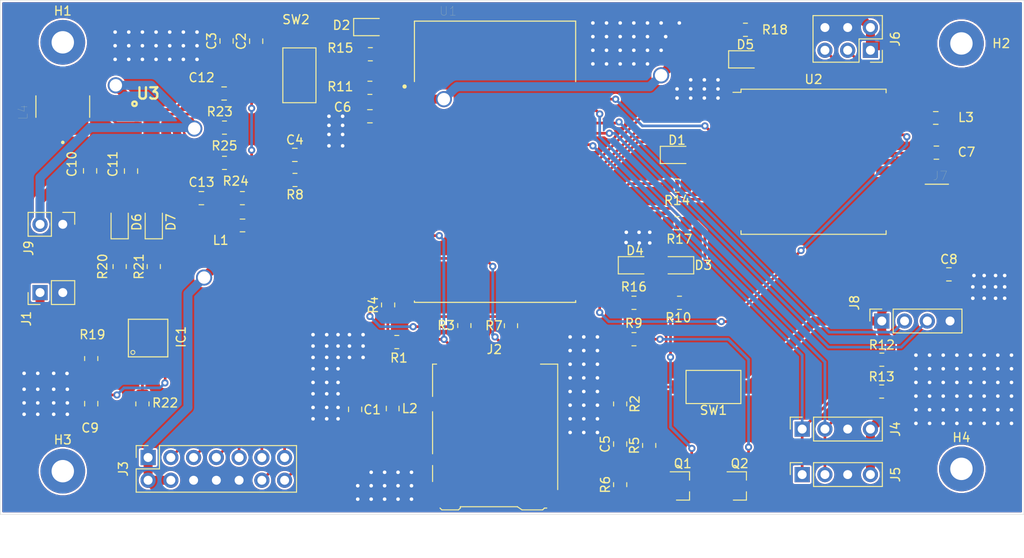
<source format=kicad_pcb>
(kicad_pcb (version 20171130) (host pcbnew "(5.1.9)-1")
  (title_block (title "Placa SE") (date 2021-07-01) (rev A) (company "Universidad Nacional de Colombia"))
  (layers (0 F.Cu signal) (31 B.Cu signal) (34 B.Paste user) (35 F.Paste user) (36 B.SilkS user) (37 F.SilkS user) (38 B.Mask user) (39 F.Mask user) (44 Edge.Cuts user))
  (net 0 "")
  (net 1 GND)
  (net 2 "Net-(C1-Pad1)")
  (net 3 "Net-(C4-Pad1)")
  (net 4 "Net-(C5-Pad1)")
  (net 5 /ESP-EN)
  (net 6 "Net-(D1-Pad2)")
  (net 7 "Net-(D2-Pad2)")
  (net 8 "Net-(D3-Pad2)")
  (net 9 "Net-(D4-Pad2)")
  (net 10 +3V3)
  (net 11 /SPI2-MISO)
  (net 12 /SPI2-SCK)
  (net 13 /SPI2-MOSI)
  (net 14 /SPI2-SS)
  (net 15 /IO12)
  (net 16 /IO25)
  (net 17 /IO33)
  (net 18 /IO32)
  (net 19 /L-DIO2)
  (net 20 /L-DIO1)
  (net 21 /RXD0)
  (net 22 /TXD0)
  (net 23 /I2C-SCL)
  (net 24 /I2C-SDA)
  (net 25 "Net-(Q1-Pad3)")
  (net 26 "Net-(Q1-Pad1)")
  (net 27 "Net-(Q2-Pad3)")
  (net 28 "Net-(Q2-Pad1)")
  (net 29 /IO2)
  (net 30 /IO0)
  (net 31 /SPI1-RST)
  (net 32 "Net-(U1-Pad37)")
  (net 33 "Net-(U1-Pad32)")
  (net 34 "Net-(U1-Pad31)")
  (net 35 /SPI1-SCK)
  (net 36 "Net-(U1-Pad29)")
  (net 37 "Net-(U1-Pad28)")
  (net 38 "Net-(U1-Pad27)")
  (net 39 "Net-(U1-Pad23)")
  (net 40 "Net-(U1-Pad22)")
  (net 41 "Net-(U1-Pad21)")
  (net 42 "Net-(U1-Pad20)")
  (net 43 "Net-(U1-Pad19)")
  (net 44 "Net-(U1-Pad18)")
  (net 45 "Net-(U1-Pad17)")
  (net 46 "Net-(U2-Pad12)")
  (net 47 "Net-(U2-Pad11)")
  (net 48 "Net-(U2-Pad7)")
  (net 49 "Net-(C9-Pad1)")
  (net 50 /cargador_regulador/BAT+)
  (net 51 /cargador_regulador/FB)
  (net 52 "Net-(C12-Pad2)")
  (net 53 "Net-(D5-Pad2)")
  (net 54 "Net-(D6-Pad1)")
  (net 55 "Net-(D7-Pad1)")
  (net 56 "Net-(IC1-Pad7)")
  (net 57 "Net-(IC1-Pad6)")
  (net 58 "Net-(IC1-Pad2)")
  (net 59 +5V)
  (net 60 "Net-(J2-Pad10)")
  (net 61 "Net-(J2-Pad1)")
  (net 62 "Net-(J2-Pad8)")
  (net 63 "Net-(J2-Pad9)")
  (net 64 /I35)
  (net 65 /I34)
  (net 66 /I39)
  (net 67 /I36)
  (net 68 "Net-(J7-Pad3)")
  (net 69 "Net-(L4-Pad1)")
  (net 70 "Net-(L4-Pad2)")
  (net 71 "Net-(U3-Pad13)")
  (net 72 "Net-(C7-Pad1)")
  (net 73 /cargador_regulador/Vout3.3V)
  (net 74 "Net-(R23-Pad2)")
  (module Connector_PinSocket_2.54mm:PinSocket_2x07_P2.54mm_Vertical (layer F.Cu) (at 125.095 69.85 90)
    (fp_text reference J3 (at -1.27 -2.77 90) (layer F.SilkS))
    (fp_text value Conn_02x07_ESP32_IO)
    (pad 14 thru_hole oval (at -2.54 15.24 90) (size 1.7 1.7) (drill 1) (layers *.Cu *.Mask) (net 15 /IO12))
    (pad 13 thru_hole oval (at 0 15.24 90) (size 1.7 1.7) (drill 1) (layers *.Cu *.Mask) (net 16 /IO25))
    (pad 12 thru_hole oval (at -2.54 12.7 90) (size 1.7 1.7) (drill 1) (layers *.Cu *.Mask) (net 17 /IO33))
    (pad 11 thru_hole oval (at 0 12.7 90) (size 1.7 1.7) (drill 1) (layers *.Cu *.Mask) (net 18 /IO32))
    (pad 10 thru_hole oval (at -2.54 10.16 90) (size 1.7 1.7) (drill 1) (layers *.Cu *.Mask) (net 1 GND))
    (pad 9 thru_hole oval (at 0 10.16 90) (size 1.7 1.7) (drill 1) (layers *.Cu *.Mask) (net 64 /I35))
    (pad 8 thru_hole oval (at -2.54 7.62 90) (size 1.7 1.7) (drill 1) (layers *.Cu *.Mask) (net 1 GND))
    (pad 7 thru_hole oval (at 0 7.62 90) (size 1.7 1.7) (drill 1) (layers *.Cu *.Mask) (net 65 /I34))
    (pad 6 thru_hole oval (at -2.54 5.08 90) (size 1.7 1.7) (drill 1) (layers *.Cu *.Mask) (net 1 GND))
    (pad 5 thru_hole oval (at 0 5.08 90) (size 1.7 1.7) (drill 1) (layers *.Cu *.Mask) (net 66 /I39))
    (pad 4 thru_hole oval (at -2.54 2.54 90) (size 1.7 1.7) (drill 1) (layers *.Cu *.Mask) (net 10 +3V3))
    (pad 3 thru_hole oval (at 0 2.54 90) (size 1.7 1.7) (drill 1) (layers *.Cu *.Mask) (net 67 /I36))
    (pad 2 thru_hole oval (at -2.54 0 90) (size 1.7 1.7) (drill 1) (layers *.Cu *.Mask) (net 10 +3V3))
    (pad 1 thru_hole rect (at 0 0 90) (size 1.7 1.7) (drill 1) (layers *.Cu *.Mask) (net 10 +3V3))
  )
  (module RF_Module:HOPERF_RFM9XW_SMD (layer F.Cu) (at 199.39 36.83)
    (fp_text reference U2 (at 0 -9.2) (layer F.SilkS))
    (fp_text value RFM95W-915S2)
    (pad 16 smd rect (at 8 -7) (size 2 1) (layers F.Cu F.Paste F.Mask) (net 19 /L-DIO2))
    (pad 15 smd rect (at 8 -5) (size 2 1) (layers F.Cu F.Paste F.Mask) (net 20 /L-DIO1))
    (pad 14 smd rect (at 8 -3) (size 2 1) (layers F.Cu F.Paste F.Mask) (net 39 "Net-(U1-Pad23)"))
    (pad 13 smd rect (at 8 -1) (size 2 1) (layers F.Cu F.Paste F.Mask) (net 72 "Net-(C7-Pad1)"))
    (pad 12 smd rect (at 8 1) (size 2 1) (layers F.Cu F.Paste F.Mask) (net 46 "Net-(U2-Pad12)"))
    (pad 11 smd rect (at 8 3) (size 2 1) (layers F.Cu F.Paste F.Mask) (net 47 "Net-(U2-Pad11)"))
    (pad 10 smd rect (at 8 5) (size 2 1) (layers F.Cu F.Paste F.Mask) (net 1 GND))
    (pad 9 smd rect (at 8 7) (size 2 1) (layers F.Cu F.Paste F.Mask) (net 68 "Net-(J7-Pad3)"))
    (pad 8 smd rect (at -8 7) (size 2 1) (layers F.Cu F.Paste F.Mask) (net 1 GND))
    (pad 7 smd rect (at -8 5) (size 2 1) (layers F.Cu F.Paste F.Mask) (net 48 "Net-(U2-Pad7)"))
    (pad 6 smd rect (at -8 3) (size 2 1) (layers F.Cu F.Paste F.Mask) (net 31 /SPI1-RST))
    (pad 5 smd rect (at -8 1) (size 2 1) (layers F.Cu F.Paste F.Mask) (net 36 "Net-(U1-Pad29)"))
    (pad 4 smd rect (at -8 -1) (size 2 1) (layers F.Cu F.Paste F.Mask) (net 35 /SPI1-SCK))
    (pad 3 smd rect (at -8 -3) (size 2 1) (layers F.Cu F.Paste F.Mask) (net 32 "Net-(U1-Pad37)"))
    (pad 2 smd rect (at -8 -5) (size 2 1) (layers F.Cu F.Paste F.Mask) (net 34 "Net-(U1-Pad31)"))
    (pad 1 smd rect (at -8 -7) (size 2 1) (layers F.Cu F.Paste F.Mask) (net 1 GND))
  )
  (module Resistor_SMD:R_0805_2012Metric_Pad1.20x1.40mm_HandSolder (layer F.Cu) (at 184.42 52.578 180)
    (fp_text reference R10 (at 0.127 -1.651) (layer F.SilkS))
    (fp_text value "0R(1%)")
    (pad 2 smd roundrect (at 1 0 180) (size 1.2 1.4) (layers F.Cu F.Paste F.Mask) (roundrect_rratio 0.2083325) (net 25 "Net-(Q1-Pad3)"))
    (pad 1 smd roundrect (at -1 0 180) (size 1.2 1.4) (layers F.Cu F.Paste F.Mask) (roundrect_rratio 0.2083325) (net 30 /IO0))
  )
  (module ESP32-WROVER-I:XCVR_ESP32-WROVER-I (layer F.Cu) (at 163.83 36.83)
    (fp_text reference U1 (at -5.23668 -16.82262) (layer F.SilkS) (effects (font (size 1.002236 1.002236) (thickness 0.015))))
    (fp_text value ESP32-WROVER)
    (pad 39 smd rect (at -1.38 -0.47) (size 4 4) (layers F.Cu F.Mask) (net 1 GND))
    (pad 38 smd rect (at 8.81 -8.26) (size 1.45 0.93) (layers F.Cu F.Paste F.Mask) (net 1 GND))
    (pad 37 smd rect (at 8.81 -6.99) (size 1.45 0.93) (layers F.Cu F.Paste F.Mask) (net 32 "Net-(U1-Pad37)"))
    (pad 36 smd rect (at 8.81 -5.72) (size 1.45 0.93) (layers F.Cu F.Paste F.Mask) (net 23 /I2C-SCL))
    (pad 35 smd rect (at 8.81 -4.45) (size 1.45 0.93) (layers F.Cu F.Paste F.Mask) (net 22 /TXD0))
    (pad 34 smd rect (at 8.81 -3.18) (size 1.45 0.93) (layers F.Cu F.Paste F.Mask) (net 21 /RXD0))
    (pad 33 smd rect (at 8.81 -1.91) (size 1.45 0.93) (layers F.Cu F.Paste F.Mask) (net 24 /I2C-SDA))
    (pad 32 smd rect (at 8.81 -0.64) (size 1.45 0.93) (layers F.Cu F.Paste F.Mask) (net 33 "Net-(U1-Pad32)"))
    (pad 31 smd rect (at 8.81 0.63) (size 1.45 0.93) (layers F.Cu F.Paste F.Mask) (net 34 "Net-(U1-Pad31)"))
    (pad 30 smd rect (at 8.81 1.9) (size 1.45 0.93) (layers F.Cu F.Paste F.Mask) (net 35 /SPI1-SCK))
    (pad 29 smd rect (at 8.81 3.17) (size 1.45 0.93) (layers F.Cu F.Paste F.Mask) (net 36 "Net-(U1-Pad29)"))
    (pad 28 smd rect (at 8.81 4.44) (size 1.45 0.93) (layers F.Cu F.Paste F.Mask) (net 37 "Net-(U1-Pad28)"))
    (pad 27 smd rect (at 8.81 5.71) (size 1.45 0.93) (layers F.Cu F.Paste F.Mask) (net 38 "Net-(U1-Pad27)"))
    (pad 26 smd rect (at 8.81 6.98) (size 1.45 0.93) (layers F.Cu F.Paste F.Mask) (net 31 /SPI1-RST))
    (pad 25 smd rect (at 8.81 8.25) (size 1.45 0.93) (layers F.Cu F.Paste F.Mask) (net 30 /IO0))
    (pad 24 smd rect (at 8.81 9.52) (size 1.45 0.93) (layers F.Cu F.Paste F.Mask) (net 29 /IO2))
    (pad 23 smd rect (at 8.81 10.79) (size 1.45 0.93) (layers F.Cu F.Paste F.Mask) (net 39 "Net-(U1-Pad23)"))
    (pad 22 smd rect (at 8.81 12.06) (size 1.45 0.93) (layers F.Cu F.Paste F.Mask) (net 40 "Net-(U1-Pad22)"))
    (pad 21 smd rect (at 8.81 13.33) (size 1.45 0.93) (layers F.Cu F.Paste F.Mask) (net 41 "Net-(U1-Pad21)"))
    (pad 20 smd rect (at 8.81 14.6) (size 1.45 0.93) (layers F.Cu F.Paste F.Mask) (net 42 "Net-(U1-Pad20)"))
    (pad 19 smd rect (at -8.81 14.6) (size 1.45 0.93) (layers F.Cu F.Paste F.Mask) (net 43 "Net-(U1-Pad19)"))
    (pad 18 smd rect (at -8.81 13.33) (size 1.45 0.93) (layers F.Cu F.Paste F.Mask) (net 44 "Net-(U1-Pad18)"))
    (pad 17 smd rect (at -8.81 12.06) (size 1.45 0.93) (layers F.Cu F.Paste F.Mask) (net 45 "Net-(U1-Pad17)"))
    (pad 16 smd rect (at -8.81 10.79) (size 1.45 0.93) (layers F.Cu F.Paste F.Mask) (net 13 /SPI2-MOSI))
    (pad 15 smd rect (at -8.81 9.52) (size 1.45 0.93) (layers F.Cu F.Paste F.Mask) (net 1 GND))
    (pad 14 smd rect (at -8.81 8.25) (size 1.45 0.93) (layers F.Cu F.Paste F.Mask) (net 11 /SPI2-MISO))
    (pad 13 smd rect (at -8.81 6.98) (size 1.45 0.93) (layers F.Cu F.Paste F.Mask) (net 12 /SPI2-SCK))
    (pad 12 smd rect (at -8.81 5.71) (size 1.45 0.93) (layers F.Cu F.Paste F.Mask) (net 15 /IO12))
    (pad 11 smd rect (at -8.81 4.44) (size 1.45 0.93) (layers F.Cu F.Paste F.Mask) (net 14 /SPI2-SS))
    (pad 10 smd rect (at -8.81 3.17) (size 1.45 0.93) (layers F.Cu F.Paste F.Mask) (net 16 /IO25))
    (pad 9 smd rect (at -8.81 1.9) (size 1.45 0.93) (layers F.Cu F.Paste F.Mask) (net 17 /IO33))
    (pad 8 smd rect (at -8.81 0.63) (size 1.45 0.93) (layers F.Cu F.Paste F.Mask) (net 18 /IO32))
    (pad 7 smd rect (at -8.81 -0.64) (size 1.45 0.93) (layers F.Cu F.Paste F.Mask) (net 64 /I35))
    (pad 6 smd rect (at -8.81 -1.91) (size 1.45 0.93) (layers F.Cu F.Paste F.Mask) (net 65 /I34))
    (pad 5 smd rect (at -8.81 -3.18) (size 1.45 0.93) (layers F.Cu F.Paste F.Mask) (net 66 /I39))
    (pad 4 smd rect (at -8.81 -4.45) (size 1.45 0.93) (layers F.Cu F.Paste F.Mask) (net 67 /I36))
    (pad 3 smd rect (at -8.81 -5.72) (size 1.45 0.93) (layers F.Cu F.Paste F.Mask) (net 5 /ESP-EN))
    (pad 2 smd rect (at -8.81 -6.99) (size 1.45 0.93) (layers F.Cu F.Paste F.Mask) (net 10 +3V3))
    (pad 1 smd rect (at -8.81 -8.26) (size 1.45 0.93) (layers F.Cu F.Paste F.Mask) (net 1 GND))
  )
  (module Connector_Card:microSD_HC_Hirose_DM3AT-SF-PEJM5 (layer F.Cu) (at 163.83 67.31)
    (fp_text reference J2 (at -0.075 -9.525) (layer F.SilkS))
    (fp_text value Micro_SD_Card_Det_Hirose_DM3AT)
    (pad 11 smd rect (at 6.675 7.375) (size 1.3 1.9) (layers F.Cu F.Paste F.Mask) (net 1 GND))
    (pad 11 smd rect (at -6.825 6.925) (size 1 2.8) (layers F.Cu F.Paste F.Mask) (net 1 GND))
    (pad 10 smd rect (at -6.825 2.775) (size 1 0.8) (layers F.Cu F.Paste F.Mask) (net 60 "Net-(J2-Pad10)"))
    (pad 11 smd rect (at -6.825 -3.425) (size 1 1.2) (layers F.Cu F.Paste F.Mask) (net 1 GND))
    (pad 11 smd rect (at 4.325 -7.725) (size 1 1.2) (layers F.Cu F.Paste F.Mask) (net 1 GND))
    (pad 7 smd rect (at -3.825 -7.725) (size 0.7 1.2) (layers F.Cu F.Paste F.Mask) (net 11 /SPI2-MISO))
    (pad 6 smd rect (at -2.725 -7.725) (size 0.7 1.2) (layers F.Cu F.Paste F.Mask) (net 1 GND))
    (pad 5 smd rect (at -1.625 -7.725) (size 0.7 1.2) (layers F.Cu F.Paste F.Mask) (net 12 /SPI2-SCK))
    (pad 4 smd rect (at -0.525 -7.725) (size 0.7 1.2) (layers F.Cu F.Paste F.Mask) (net 2 "Net-(C1-Pad1)"))
    (pad 3 smd rect (at 0.575 -7.725) (size 0.7 1.2) (layers F.Cu F.Paste F.Mask) (net 13 /SPI2-MOSI))
    (pad 2 smd rect (at 1.675 -7.725) (size 0.7 1.2) (layers F.Cu F.Paste F.Mask) (net 14 /SPI2-SS))
    (pad 1 smd rect (at 2.775 -7.725) (size 0.7 1.2) (layers F.Cu F.Paste F.Mask) (net 61 "Net-(J2-Pad1)"))
    (pad 8 smd rect (at -4.925 -7.725) (size 0.7 1.2) (layers F.Cu F.Paste F.Mask) (net 62 "Net-(J2-Pad8)"))
    (pad 9 smd rect (at -5.875 -7.725) (size 0.7 1.2) (layers F.Cu F.Paste F.Mask) (net 63 "Net-(J2-Pad9)"))
  )
  (module Resistor_SMD:R_0805_2012Metric_Pad1.20x1.40mm_HandSolder (layer F.Cu) (at 149.86 28.575)
    (fp_text reference R11 (at -3.302 -0.127) (layer F.SilkS))
    (fp_text value "10K(1%)")
    (pad 2 smd roundrect (at 1 0) (size 1.2 1.4) (layers F.Cu F.Paste F.Mask) (roundrect_rratio 0.2083325) (net 10 +3V3))
    (pad 1 smd roundrect (at -1 0) (size 1.2 1.4) (layers F.Cu F.Paste F.Mask) (roundrect_rratio 0.2083325) (net 5 /ESP-EN))
  )
  (module Resistor_SMD:R_0805_2012Metric_Pad1.20x1.40mm_HandSolder (layer F.Cu) (at 191.786 22.098 180)
    (fp_text reference R18 (at -3.286 0) (layer F.SilkS))
    (fp_text value 2K)
    (pad 2 smd roundrect (at 1 0 180) (size 1.2 1.4) (layers F.Cu F.Paste F.Mask) (roundrect_rratio 0.2083325) (net 10 +3V3))
    (pad 1 smd roundrect (at -1 0 180) (size 1.2 1.4) (layers F.Cu F.Paste F.Mask) (roundrect_rratio 0.2083325) (net 53 "Net-(D5-Pad2)"))
  )
  (module Button_Switch_SMD:SW_SPST_CK_RS282G05A3 (layer F.Cu) (at 141.986 27.178 270)
    (fp_text reference SW2 (at -6.223 0.381 180) (layer F.SilkS))
    (fp_text value SW_Push_ESP_RST)
    (pad 1 smd rect (at -3.9 0 270) (size 1.5 1.5) (layers F.Cu F.Paste F.Mask) (net 1 GND))
    (pad 2 smd rect (at 3.9 0 270) (size 1.5 1.5) (layers F.Cu F.Paste F.Mask) (net 3 "Net-(C4-Pad1)"))
  )
  (module "U:HRS_U.FL-R-SMT(01)" (layer F.Cu) (at 213.155 40.64)
    (fp_text reference J7 (at 0.371335 -2.239855) (layer F.SilkS) (effects (font (size 1.001126 1.001126) (thickness 0.015))))
    (fp_text value "U.FL-R-SMT(01)")
    (pad 3 smd rect (at 0 1.55) (size 1.05 1.1) (layers F.Cu F.Paste F.Mask) (net 68 "Net-(J7-Pad3)"))
    (pad 2 smd rect (at 1.475 0) (size 1.1 2.25) (layers F.Cu F.Paste F.Mask) (net 1 GND))
    (pad 1 smd rect (at -1.475 0) (size 1.1 2.25) (layers F.Cu F.Paste F.Mask) (net 1 GND))
  )
  (module Connector_PinSocket_2.54mm:PinSocket_2x03_P2.54mm_Vertical (layer F.Cu) (at 205.74 24.384 270)
    (fp_text reference J6 (at -1.27 -2.77 90) (layer F.SilkS))
    (fp_text value Conn_02x03_LORA_IO)
    (pad 6 thru_hole oval (at -2.54 5.08 270) (size 1.7 1.7) (drill 1) (layers *.Cu *.Mask) (net 1 GND))
    (pad 5 thru_hole oval (at 0 5.08 270) (size 1.7 1.7) (drill 1) (layers *.Cu *.Mask) (net 19 /L-DIO2))
    (pad 4 thru_hole oval (at -2.54 2.54 270) (size 1.7 1.7) (drill 1) (layers *.Cu *.Mask) (net 1 GND))
    (pad 3 thru_hole oval (at 0 2.54 270) (size 1.7 1.7) (drill 1) (layers *.Cu *.Mask) (net 20 /L-DIO1))
    (pad 2 thru_hole oval (at -2.54 0 270) (size 1.7 1.7) (drill 1) (layers *.Cu *.Mask) (net 10 +3V3))
    (pad 1 thru_hole rect (at 0 0 270) (size 1.7 1.7) (drill 1) (layers *.Cu *.Mask) (net 10 +3V3))
  )
  (module Capacitor_SMD:C_0805_2012Metric_Pad1.18x1.45mm_HandSolder (layer F.Cu) (at 213.106 35.814)
    (fp_text reference C7 (at 3.3655 -0.0635) (layer F.SilkS))
    (fp_text value "0.1uF/16V(10%)")
    (pad 2 smd roundrect (at 1.0375 0) (size 1.175 1.45) (layers F.Cu F.Paste F.Mask) (roundrect_rratio 0.2127659574468085) (net 1 GND))
    (pad 1 smd roundrect (at -1.0375 0) (size 1.175 1.45) (layers F.Cu F.Paste F.Mask) (roundrect_rratio 0.2127659574468085) (net 72 "Net-(C7-Pad1)"))
  )
  (module Resistor_SMD:R_0805_2012Metric_Pad1.20x1.40mm_HandSolder (layer F.Cu) (at 118.745 58.801 270)
    (fp_text reference R19 (at -2.667 -0.127 180) (layer F.SilkS))
    (fp_text value "0.4 ohm")
    (pad 1 smd roundrect (at -1 0 270) (size 1.2 1.4) (layers F.Cu F.Paste F.Mask) (roundrect_rratio 0.2083325) (net 59 +5V))
    (pad 2 smd roundrect (at 1 0 270) (size 1.2 1.4) (layers F.Cu F.Paste F.Mask) (roundrect_rratio 0.2083325) (net 49 "Net-(C9-Pad1)"))
  )
  (module Capacitor_SMD:C_0805_2012Metric_Pad1.18x1.45mm_HandSolder (layer F.Cu) (at 118.618 37.846 90)
    (fp_text reference C10 (at 0.762 -2.032 90) (layer F.SilkS))
    (fp_text value 10uF)
    (pad 1 smd roundrect (at -1.0375 0 90) (size 1.175 1.45) (layers F.Cu F.Paste F.Mask) (roundrect_rratio 0.2127659574468085) (net 50 /cargador_regulador/BAT+))
    (pad 2 smd roundrect (at 1.0375 0 90) (size 1.175 1.45) (layers F.Cu F.Paste F.Mask) (roundrect_rratio 0.2127659574468085) (net 1 GND))
  )
  (module Resistor_SMD:R_0805_2012Metric_Pad1.20x1.40mm_HandSolder (layer F.Cu) (at 141.494 38.862 180)
    (fp_text reference R8 (at 0 -1.65) (layer F.SilkS))
    (fp_text value "0R(1%)")
    (pad 2 smd roundrect (at 1 0 180) (size 1.2 1.4) (layers F.Cu F.Paste F.Mask) (roundrect_rratio 0.2083325) (net 3 "Net-(C4-Pad1)"))
    (pad 1 smd roundrect (at -1 0 180) (size 1.2 1.4) (layers F.Cu F.Paste F.Mask) (roundrect_rratio 0.2083325) (net 5 /ESP-EN))
  )
  (module Resistor_SMD:R_0805_2012Metric_Pad1.20x1.40mm_HandSolder (layer F.Cu) (at 179.34 52.578 180)
    (fp_text reference R16 (at 0.016 1.778) (layer F.SilkS))
    (fp_text value 2K)
    (pad 2 smd roundrect (at 1 0 180) (size 1.2 1.4) (layers F.Cu F.Paste F.Mask) (roundrect_rratio 0.2083325) (net 29 /IO2))
    (pad 1 smd roundrect (at -1 0 180) (size 1.2 1.4) (layers F.Cu F.Paste F.Mask) (roundrect_rratio 0.2083325) (net 9 "Net-(D4-Pad2)"))
  )
  (module Resistor_SMD:R_0805_2012Metric_Pad1.20x1.40mm_HandSolder (layer F.Cu) (at 184.15 43.688)
    (fp_text reference R17 (at 0.254 1.778) (layer F.SilkS))
    (fp_text value 2K)
    (pad 2 smd roundrect (at 1 0) (size 1.2 1.4) (layers F.Cu F.Paste F.Mask) (roundrect_rratio 0.2083325) (net 30 /IO0))
    (pad 1 smd roundrect (at -1 0) (size 1.2 1.4) (layers F.Cu F.Paste F.Mask) (roundrect_rratio 0.2083325) (net 8 "Net-(D3-Pad2)"))
  )
  (module Resistor_SMD:R_0805_2012Metric_Pad1.20x1.40mm_HandSolder (layer F.Cu) (at 184.15 39.497 180)
    (fp_text reference R14 (at 0 -1.65) (layer F.SilkS))
    (fp_text value 2K)
    (pad 2 smd roundrect (at 1 0 180) (size 1.2 1.4) (layers F.Cu F.Paste F.Mask) (roundrect_rratio 0.2083325) (net 31 /SPI1-RST))
    (pad 1 smd roundrect (at -1 0 180) (size 1.2 1.4) (layers F.Cu F.Paste F.Mask) (roundrect_rratio 0.2083325) (net 6 "Net-(D1-Pad2)"))
  )
  (module Resistor_SMD:R_0805_2012Metric_Pad1.20x1.40mm_HandSolder (layer F.Cu) (at 149.9075 24.8285 180)
    (fp_text reference R15 (at 3.3495 0.6985) (layer F.SilkS))
    (fp_text value 2K)
    (pad 2 smd roundrect (at 1 0 180) (size 1.2 1.4) (layers F.Cu F.Paste F.Mask) (roundrect_rratio 0.2083325) (net 10 +3V3))
    (pad 1 smd roundrect (at -1 0 180) (size 1.2 1.4) (layers F.Cu F.Paste F.Mask) (roundrect_rratio 0.2083325) (net 7 "Net-(D2-Pad2)"))
  )
  (module Resistor_SMD:R_0805_2012Metric_Pad1.20x1.40mm_HandSolder (layer F.Cu) (at 179.34 56.642)
    (fp_text reference R9 (at -0.016 -1.778) (layer F.SilkS))
    (fp_text value "0R(1%)")
    (pad 2 smd roundrect (at 1 0) (size 1.2 1.4) (layers F.Cu F.Paste F.Mask) (roundrect_rratio 0.2083325) (net 27 "Net-(Q2-Pad3)"))
    (pad 1 smd roundrect (at -1 0) (size 1.2 1.4) (layers F.Cu F.Paste F.Mask) (roundrect_rratio 0.2083325) (net 29 /IO2))
  )
  (module Resistor_SMD:R_0805_2012Metric_Pad1.20x1.40mm_HandSolder (layer F.Cu) (at 165.608 55.134 270)
    (fp_text reference R7 (at 0 1.905 180) (layer F.SilkS))
    (fp_text value 10K)
    (pad 2 smd roundrect (at 1 0 270) (size 1.2 1.4) (layers F.Cu F.Paste F.Mask) (roundrect_rratio 0.2083325) (net 14 /SPI2-SS))
    (pad 1 smd roundrect (at -1 0 270) (size 1.2 1.4) (layers F.Cu F.Paste F.Mask) (roundrect_rratio 0.2083325) (net 2 "Net-(C1-Pad1)"))
  )
  (module Resistor_SMD:R_0805_2012Metric_Pad1.20x1.40mm_HandSolder (layer F.Cu) (at 177.8 72.882 90)
    (fp_text reference R6 (at 0 -1.65 90) (layer F.SilkS))
    (fp_text value "1K(1%)")
    (pad 2 smd roundrect (at 1 0 90) (size 1.2 1.4) (layers F.Cu F.Paste F.Mask) (roundrect_rratio 0.2083325) (net 4 "Net-(C5-Pad1)"))
    (pad 1 smd roundrect (at -1 0 90) (size 1.2 1.4) (layers F.Cu F.Paste F.Mask) (roundrect_rratio 0.2083325) (net 28 "Net-(Q2-Pad1)"))
  )
  (module Resistor_SMD:R_0805_2012Metric_Pad1.20x1.40mm_HandSolder (layer F.Cu) (at 181.0385 68.5005 90)
    (fp_text reference R5 (at 0 -1.65 90) (layer F.SilkS))
    (fp_text value "1K(1%)")
    (pad 2 smd roundrect (at 1 0 90) (size 1.2 1.4) (layers F.Cu F.Paste F.Mask) (roundrect_rratio 0.2083325) (net 4 "Net-(C5-Pad1)"))
    (pad 1 smd roundrect (at -1 0 90) (size 1.2 1.4) (layers F.Cu F.Paste F.Mask) (roundrect_rratio 0.2083325) (net 26 "Net-(Q1-Pad1)"))
  )
  (module Resistor_SMD:R_0805_2012Metric_Pad1.20x1.40mm_HandSolder (layer F.Cu) (at 151.892 52.816 90)
    (fp_text reference R4 (at 0 -1.65 90) (layer F.SilkS))
    (fp_text value 10K)
    (pad 2 smd roundrect (at 1 0 90) (size 1.2 1.4) (layers F.Cu F.Paste F.Mask) (roundrect_rratio 0.2083325) (net 13 /SPI2-MOSI))
    (pad 1 smd roundrect (at -1 0 90) (size 1.2 1.4) (layers F.Cu F.Paste F.Mask) (roundrect_rratio 0.2083325) (net 2 "Net-(C1-Pad1)"))
  )
  (module Resistor_SMD:R_0805_2012Metric_Pad1.20x1.40mm_HandSolder (layer F.Cu) (at 160.401 55.118 270)
    (fp_text reference R3 (at -0.016 2.032 180) (layer F.SilkS))
    (fp_text value 10K)
    (pad 2 smd roundrect (at 1 0 270) (size 1.2 1.4) (layers F.Cu F.Paste F.Mask) (roundrect_rratio 0.2083325) (net 12 /SPI2-SCK))
    (pad 1 smd roundrect (at -1 0 270) (size 1.2 1.4) (layers F.Cu F.Paste F.Mask) (roundrect_rratio 0.2083325) (net 2 "Net-(C1-Pad1)"))
  )
  (module Resistor_SMD:R_0805_2012Metric_Pad1.20x1.40mm_HandSolder (layer F.Cu) (at 177.8 63.865 270)
    (fp_text reference R2 (at 0 -1.65 90) (layer F.SilkS))
    (fp_text value "10K(1%)")
    (pad 2 smd roundrect (at 1 0 270) (size 1.2 1.4) (layers F.Cu F.Paste F.Mask) (roundrect_rratio 0.2083325) (net 1 GND))
    (pad 1 smd roundrect (at -1 0 270) (size 1.2 1.4) (layers F.Cu F.Paste F.Mask) (roundrect_rratio 0.2083325) (net 4 "Net-(C5-Pad1)"))
  )
  (module Resistor_SMD:R_0805_2012Metric_Pad1.20x1.40mm_HandSolder (layer F.Cu) (at 152.8605 56.9595)
    (fp_text reference R1 (at 0.238 1.778) (layer F.SilkS))
    (fp_text value 10K)
    (pad 2 smd roundrect (at 1 0) (size 1.2 1.4) (layers F.Cu F.Paste F.Mask) (roundrect_rratio 0.2083325) (net 11 /SPI2-MISO))
    (pad 1 smd roundrect (at -1 0) (size 1.2 1.4) (layers F.Cu F.Paste F.Mask) (roundrect_rratio 0.2083325) (net 2 "Net-(C1-Pad1)"))
  )
  (module Package_TO_SOT_SMD:SOT-23 (layer F.Cu) (at 191.135 73.025)
    (fp_text reference Q2 (at 0 -2.5) (layer F.SilkS))
    (fp_text value BSS138)
    (pad 3 smd rect (at 1 0) (size 0.9 0.8) (layers F.Cu F.Paste F.Mask) (net 27 "Net-(Q2-Pad3)"))
    (pad 2 smd rect (at -1 0.95) (size 0.9 0.8) (layers F.Cu F.Paste F.Mask) (net 1 GND))
    (pad 1 smd rect (at -1 -0.95) (size 0.9 0.8) (layers F.Cu F.Paste F.Mask) (net 28 "Net-(Q2-Pad1)"))
  )
  (module Package_TO_SOT_SMD:SOT-23 (layer F.Cu) (at 184.785 73.025)
    (fp_text reference Q1 (at 0 -2.5) (layer F.SilkS))
    (fp_text value BSS138)
    (pad 3 smd rect (at 1 0) (size 0.9 0.8) (layers F.Cu F.Paste F.Mask) (net 25 "Net-(Q1-Pad3)"))
    (pad 2 smd rect (at -1 0.95) (size 0.9 0.8) (layers F.Cu F.Paste F.Mask) (net 1 GND))
    (pad 1 smd rect (at -1 -0.95) (size 0.9 0.8) (layers F.Cu F.Paste F.Mask) (net 26 "Net-(Q1-Pad1)"))
  )
  (module Inductor_SMD:L_0805_2012Metric_Pad1.15x1.40mm_HandSolder (layer F.Cu) (at 213.0335 31.9405 180)
    (fp_text reference L3 (at -3.3745 0.0635) (layer F.SilkS))
    (fp_text value "2A 120 ohm")
    (pad 2 smd roundrect (at 1.025 0 180) (size 1.15 1.4) (layers F.Cu F.Paste F.Mask) (roundrect_rratio 0.2173904347826087) (net 72 "Net-(C7-Pad1)"))
    (pad 1 smd roundrect (at -1.025 0 180) (size 1.15 1.4) (layers F.Cu F.Paste F.Mask) (roundrect_rratio 0.2173904347826087) (net 10 +3V3))
  )
  (module Inductor_SMD:L_0805_2012Metric_Pad1.15x1.40mm_HandSolder (layer F.Cu) (at 152.4 64.38 270)
    (fp_text reference L2 (at 0 -1.905) (layer F.SilkS))
    (fp_text value "2A 120 ohm")
    (pad 2 smd roundrect (at 1.025 0 270) (size 1.15 1.4) (layers F.Cu F.Paste F.Mask) (roundrect_rratio 0.2173904347826087) (net 10 +3V3))
    (pad 1 smd roundrect (at -1.025 0 270) (size 1.15 1.4) (layers F.Cu F.Paste F.Mask) (roundrect_rratio 0.2173904347826087) (net 2 "Net-(C1-Pad1)"))
  )
  (module Connector_PinSocket_2.54mm:PinSocket_1x04_P2.54mm_Vertical (layer F.Cu) (at 198.12 66.675 90)
    (fp_text reference J4 (at 0 10.414 90) (layer F.SilkS))
    (fp_text value I2C-0)
    (pad 4 thru_hole oval (at 0 7.62 90) (size 1.7 1.7) (drill 1) (layers *.Cu *.Mask) (net 10 +3V3))
    (pad 3 thru_hole oval (at 0 5.08 90) (size 1.7 1.7) (drill 1) (layers *.Cu *.Mask) (net 1 GND))
    (pad 2 thru_hole oval (at 0 2.54 90) (size 1.7 1.7) (drill 1) (layers *.Cu *.Mask) (net 23 /I2C-SCL))
    (pad 1 thru_hole rect (at 0 0 90) (size 1.7 1.7) (drill 1) (layers *.Cu *.Mask) (net 24 /I2C-SDA))
  )
  (module Connector_PinSocket_2.54mm:PinSocket_1x04_P2.54mm_Vertical (layer F.Cu) (at 207.01 54.61 90)
    (fp_text reference J8 (at 2.032 -3.048 90) (layer F.SilkS))
    (fp_text value UART)
    (pad 4 thru_hole oval (at 0 7.62 90) (size 1.7 1.7) (drill 1) (layers *.Cu *.Mask) (net 1 GND))
    (pad 3 thru_hole oval (at 0 5.08 90) (size 1.7 1.7) (drill 1) (layers *.Cu *.Mask) (net 21 /RXD0))
    (pad 2 thru_hole oval (at 0 2.54 90) (size 1.7 1.7) (drill 1) (layers *.Cu *.Mask) (net 22 /TXD0))
    (pad 1 thru_hole rect (at 0 0 90) (size 1.7 1.7) (drill 1) (layers *.Cu *.Mask) (net 10 +3V3))
  )
  (module LED_SMD:LED_0805_2012Metric_Pad1.15x1.40mm_HandSolder (layer F.Cu) (at 191.77 25.4)
    (fp_text reference D5 (at 0 -1.65) (layer F.SilkS))
    (fp_text value LED)
    (pad 2 smd roundrect (at 1.025 0) (size 1.15 1.4) (layers F.Cu F.Paste F.Mask) (roundrect_rratio 0.2173904347826087) (net 53 "Net-(D5-Pad2)"))
    (pad 1 smd roundrect (at -1.025 0) (size 1.15 1.4) (layers F.Cu F.Paste F.Mask) (roundrect_rratio 0.2173904347826087) (net 1 GND))
  )
  (module LED_SMD:LED_0805_2012Metric_Pad1.15x1.40mm_HandSolder (layer F.Cu) (at 179.451 48.387)
    (fp_text reference D4 (at 0 -1.651) (layer F.SilkS))
    (fp_text value LED)
    (pad 2 smd roundrect (at 1.025 0) (size 1.15 1.4) (layers F.Cu F.Paste F.Mask) (roundrect_rratio 0.2173904347826087) (net 9 "Net-(D4-Pad2)"))
    (pad 1 smd roundrect (at -1.025 0) (size 1.15 1.4) (layers F.Cu F.Paste F.Mask) (roundrect_rratio 0.2173904347826087) (net 1 GND))
  )
  (module LED_SMD:LED_0805_2012Metric_Pad1.15x1.40mm_HandSolder (layer F.Cu) (at 184.15 48.387 180)
    (fp_text reference D3 (at -2.93 0) (layer F.SilkS))
    (fp_text value LED)
    (pad 2 smd roundrect (at 1.025 0 180) (size 1.15 1.4) (layers F.Cu F.Paste F.Mask) (roundrect_rratio 0.2173904347826087) (net 8 "Net-(D3-Pad2)"))
    (pad 1 smd roundrect (at -1.025 0 180) (size 1.15 1.4) (layers F.Cu F.Paste F.Mask) (roundrect_rratio 0.2173904347826087) (net 1 GND))
  )
  (module LED_SMD:LED_0805_2012Metric_Pad1.15x1.40mm_HandSolder (layer F.Cu) (at 184.141 36.068)
    (fp_text reference D1 (at 0 -1.65) (layer F.SilkS))
    (fp_text value LED)
    (pad 2 smd roundrect (at 1.025 0) (size 1.15 1.4) (layers F.Cu F.Paste F.Mask) (roundrect_rratio 0.2173904347826087) (net 6 "Net-(D1-Pad2)"))
    (pad 1 smd roundrect (at -1.025 0) (size 1.15 1.4) (layers F.Cu F.Paste F.Mask) (roundrect_rratio 0.2173904347826087) (net 1 GND))
  )
  (module LED_SMD:LED_0805_2012Metric_Pad1.15x1.40mm_HandSolder (layer F.Cu) (at 149.903 21.795)
    (fp_text reference D2 (at -3.218 -0.205) (layer F.SilkS))
    (fp_text value LED)
    (pad 2 smd roundrect (at 1.025 0) (size 1.15 1.4) (layers F.Cu F.Paste F.Mask) (roundrect_rratio 0.2173904347826087) (net 7 "Net-(D2-Pad2)"))
    (pad 1 smd roundrect (at -1.025 0) (size 1.15 1.4) (layers F.Cu F.Paste F.Mask) (roundrect_rratio 0.2173904347826087) (net 1 GND))
  )
  (module Capacitor_SMD:C_0805_2012Metric_Pad1.18x1.45mm_HandSolder (layer F.Cu) (at 214.503 49.403)
    (fp_text reference C8 (at 0 -1.68) (layer F.SilkS))
    (fp_text value "0.1uF/16V(10%)")
    (pad 2 smd roundrect (at 1.0375 0) (size 1.175 1.45) (layers F.Cu F.Paste F.Mask) (roundrect_rratio 0.2127659574468085) (net 1 GND))
    (pad 1 smd roundrect (at -1.0375 0) (size 1.175 1.45) (layers F.Cu F.Paste F.Mask) (roundrect_rratio 0.2127659574468085) (net 10 +3V3))
  )
  (module Capacitor_SMD:C_0805_2012Metric_Pad1.18x1.45mm_HandSolder (layer F.Cu) (at 149.86 31.75)
    (fp_text reference C6 (at -3.048 -1.016) (layer F.SilkS))
    (fp_text value "0.1uF/16V(10%)")
    (pad 2 smd roundrect (at 1.0375 0) (size 1.175 1.45) (layers F.Cu F.Paste F.Mask) (roundrect_rratio 0.2127659574468085) (net 5 /ESP-EN))
    (pad 1 smd roundrect (at -1.0375 0) (size 1.175 1.45) (layers F.Cu F.Paste F.Mask) (roundrect_rratio 0.2127659574468085) (net 1 GND))
  )
  (module Capacitor_SMD:C_0805_2012Metric_Pad1.18x1.45mm_HandSolder (layer F.Cu) (at 141.478 36.068)
    (fp_text reference C4 (at 0 -1.68) (layer F.SilkS))
    (fp_text value 0.1uF)
    (pad 2 smd roundrect (at 1.0375 0) (size 1.175 1.45) (layers F.Cu F.Paste F.Mask) (roundrect_rratio 0.2127659574468085) (net 1 GND))
    (pad 1 smd roundrect (at -1.0375 0) (size 1.175 1.45) (layers F.Cu F.Paste F.Mask) (roundrect_rratio 0.2127659574468085) (net 3 "Net-(C4-Pad1)"))
  )
  (module Capacitor_SMD:C_0805_2012Metric_Pad1.18x1.45mm_HandSolder (layer F.Cu) (at 177.8 68.3475 90)
    (fp_text reference C5 (at 0 -1.68 90) (layer F.SilkS))
    (fp_text value "0.1uF/16V(10%)")
    (pad 2 smd roundrect (at 1.0375 0 90) (size 1.175 1.45) (layers F.Cu F.Paste F.Mask) (roundrect_rratio 0.2127659574468085) (net 1 GND))
    (pad 1 smd roundrect (at -1.0375 0 90) (size 1.175 1.45) (layers F.Cu F.Paste F.Mask) (roundrect_rratio 0.2127659574468085) (net 4 "Net-(C5-Pad1)"))
  )
  (module Capacitor_SMD:C_0805_2012Metric_Pad1.18x1.45mm_HandSolder (layer F.Cu) (at 148.209 64.474 270)
    (fp_text reference C1 (at 0.042 -1.905 180) (layer F.SilkS))
    (fp_text value 1uF)
    (pad 2 smd roundrect (at 1.0375 0 270) (size 1.175 1.45) (layers F.Cu F.Paste F.Mask) (roundrect_rratio 0.2127659574468085) (net 1 GND))
    (pad 1 smd roundrect (at -1.0375 0 270) (size 1.175 1.45) (layers F.Cu F.Paste F.Mask) (roundrect_rratio 0.2127659574468085) (net 2 "Net-(C1-Pad1)"))
  )
  (module Capacitor_SMD:C_0805_2012Metric_Pad1.18x1.45mm_HandSolder (layer F.Cu) (at 137.16 23.368 90)
    (fp_text reference C2 (at 0 -1.68 90) (layer F.SilkS))
    (fp_text value "100uF/16V(10%)")
    (pad 2 smd roundrect (at 1.0375 0 90) (size 1.175 1.45) (layers F.Cu F.Paste F.Mask) (roundrect_rratio 0.2127659574468085) (net 1 GND))
    (pad 1 smd roundrect (at -1.0375 0 90) (size 1.175 1.45) (layers F.Cu F.Paste F.Mask) (roundrect_rratio 0.2127659574468085) (net 10 +3V3))
  )
  (module Capacitor_SMD:C_0805_2012Metric_Pad1.18x1.45mm_HandSolder (layer F.Cu) (at 133.858 23.3465 90)
    (fp_text reference C3 (at 0 -1.68 90) (layer F.SilkS))
    (fp_text value "1uF/16V(10%)")
    (pad 1 smd roundrect (at -1.0375 0 90) (size 1.175 1.45) (layers F.Cu F.Paste F.Mask) (roundrect_rratio 0.2127659574468085) (net 10 +3V3))
    (pad 2 smd roundrect (at 1.0375 0 90) (size 1.175 1.45) (layers F.Cu F.Paste F.Mask) (roundrect_rratio 0.2127659574468085) (net 1 GND))
  )
  (module Capacitor_SMD:C_0805_2012Metric_Pad1.18x1.45mm_HandSolder (layer F.Cu) (at 118.745 63.839 270)
    (fp_text reference C9 (at 2.709 0.127 180) (layer F.SilkS))
    (fp_text value 10uF)
    (pad 2 smd roundrect (at 1.0375 0 270) (size 1.175 1.45) (layers F.Cu F.Paste F.Mask) (roundrect_rratio 0.2127659574468085) (net 1 GND))
    (pad 1 smd roundrect (at -1.0375 0 270) (size 1.175 1.45) (layers F.Cu F.Paste F.Mask) (roundrect_rratio 0.2127659574468085) (net 49 "Net-(C9-Pad1)"))
  )
  (module Capacitor_SMD:C_0805_2012Metric_Pad1.18x1.45mm_HandSolder (layer F.Cu) (at 123.19 37.8675 90)
    (fp_text reference C11 (at 0.7835 -2.032 90) (layer F.SilkS))
    (fp_text value 10uF)
    (pad 2 smd roundrect (at 1.0375 0 90) (size 1.175 1.45) (layers F.Cu F.Paste F.Mask) (roundrect_rratio 0.2127659574468085) (net 1 GND))
    (pad 1 smd roundrect (at -1.0375 0 90) (size 1.175 1.45) (layers F.Cu F.Paste F.Mask) (roundrect_rratio 0.2127659574468085) (net 50 /cargador_regulador/BAT+))
  )
  (module Capacitor_SMD:C_0805_2012Metric_Pad1.18x1.45mm_HandSolder (layer F.Cu) (at 133.5825 29.21)
    (fp_text reference C12 (at -2.5185 -1.778) (layer F.SilkS))
    (fp_text value 1.5nF)
    (pad 1 smd roundrect (at -1.0375 0) (size 1.175 1.45) (layers F.Cu F.Paste F.Mask) (roundrect_rratio 0.2127659574468085) (net 51 /cargador_regulador/FB))
    (pad 2 smd roundrect (at 1.0375 0) (size 1.175 1.45) (layers F.Cu F.Paste F.Mask) (roundrect_rratio 0.2127659574468085) (net 52 "Net-(C12-Pad2)"))
  )
  (module Capacitor_SMD:C_0805_2012Metric_Pad1.18x1.45mm_HandSolder (layer F.Cu) (at 131.0425 40.894)
    (fp_text reference C13 (at 0.0215 -1.778) (layer F.SilkS))
    (fp_text value 22uF)
    (pad 1 smd roundrect (at -1.0375 0) (size 1.175 1.45) (layers F.Cu F.Paste F.Mask) (roundrect_rratio 0.2127659574468085) (net 73 /cargador_regulador/Vout3.3V))
    (pad 2 smd roundrect (at 1.0375 0) (size 1.175 1.45) (layers F.Cu F.Paste F.Mask) (roundrect_rratio 0.2127659574468085) (net 1 GND))
  )
  (module LED_SMD:LED_0805_2012Metric_Pad1.15x1.40mm_HandSolder (layer F.Cu) (at 121.92 43.57 90)
    (fp_text reference D6 (at 0 1.905 90) (layer F.SilkS))
    (fp_text value LED)
    (pad 2 smd roundrect (at 1.025 0 90) (size 1.15 1.4) (layers F.Cu F.Paste F.Mask) (roundrect_rratio 0.2173904347826087) (net 49 "Net-(C9-Pad1)"))
    (pad 1 smd roundrect (at -1.025 0 90) (size 1.15 1.4) (layers F.Cu F.Paste F.Mask) (roundrect_rratio 0.2173904347826087) (net 54 "Net-(D6-Pad1)"))
  )
  (module LED_SMD:LED_0805_2012Metric_Pad1.15x1.40mm_HandSolder (layer F.Cu) (at 125.73 43.57 90)
    (fp_text reference D7 (at 0 1.905 90) (layer F.SilkS))
    (fp_text value LED)
    (pad 1 smd roundrect (at -1.025 0 90) (size 1.15 1.4) (layers F.Cu F.Paste F.Mask) (roundrect_rratio 0.2173904347826087) (net 55 "Net-(D7-Pad1)"))
    (pad 2 smd roundrect (at 1.025 0 90) (size 1.15 1.4) (layers F.Cu F.Paste F.Mask) (roundrect_rratio 0.2173904347826087) (net 49 "Net-(C9-Pad1)"))
  )
  (module TP4056:SOP-8 (layer F.Cu) (at 125.095 56.515 90)
    (fp_text reference IC1 (at 0.127 3.683 90) (layer F.SilkS))
    (fp_text value TP4056)
    (fp_poly (pts (xy -1.20026 -1.7) (xy 1.2 -1.7) (xy 1.2 1.70037) (xy -1.20026 1.70037)) (layer F.Cu) (width 0.01))
    (pad 7 smd rect (at 2.75 -0.635 90) (size 1.3 0.7) (layers F.Cu F.Paste F.Mask) (net 56 "Net-(IC1-Pad7)"))
    (pad 8 smd rect (at 2.75 -1.905 90) (size 1.3 0.7) (layers F.Cu F.Paste F.Mask) (net 49 "Net-(C9-Pad1)"))
    (pad 6 smd rect (at 2.75 0.635 90) (size 1.3 0.7) (layers F.Cu F.Paste F.Mask) (net 57 "Net-(IC1-Pad6)"))
    (pad 5 smd rect (at 2.75 1.905 90) (size 1.3 0.7) (layers F.Cu F.Paste F.Mask) (net 50 /cargador_regulador/BAT+))
    (pad 2 smd rect (at -2.75 -0.635 90) (size 1.3 0.7) (layers F.Cu F.Paste F.Mask) (net 58 "Net-(IC1-Pad2)"))
    (pad 1 smd rect (at -2.75 -1.905 90) (size 1.3 0.7) (layers F.Cu F.Paste F.Mask) (net 1 GND))
    (pad 3 smd rect (at -2.75 0.635 90) (size 1.3 0.7) (layers F.Cu F.Paste F.Mask) (net 1 GND))
    (pad 4 smd rect (at -2.75 1.905 90) (size 1.3 0.7) (layers F.Cu F.Paste F.Mask) (net 49 "Net-(C9-Pad1)"))
  )
  (module Connector_PinHeader_2.54mm:PinHeader_1x02_P2.54mm_Vertical (layer F.Cu) (at 113.03 51.435 90)
    (fp_text reference J1 (at -2.921 -1.524 90) (layer F.SilkS))
    (fp_text value 5V)
    (pad 1 thru_hole rect (at 0 0 90) (size 1.7 1.7) (drill 1) (layers *.Cu *.Mask) (net 59 +5V))
    (pad 2 thru_hole oval (at 0 2.54 90) (size 1.7 1.7) (drill 1) (layers *.Cu *.Mask) (net 1 GND))
  )
  (module Connector_PinSocket_2.54mm:PinSocket_1x04_P2.54mm_Vertical (layer F.Cu) (at 198.12 71.755 90)
    (fp_text reference J5 (at 0 10.414 90) (layer F.SilkS))
    (fp_text value I2C-1)
    (pad 1 thru_hole rect (at 0 0 90) (size 1.7 1.7) (drill 1) (layers *.Cu *.Mask) (net 24 /I2C-SDA))
    (pad 2 thru_hole oval (at 0 2.54 90) (size 1.7 1.7) (drill 1) (layers *.Cu *.Mask) (net 23 /I2C-SCL))
    (pad 3 thru_hole oval (at 0 5.08 90) (size 1.7 1.7) (drill 1) (layers *.Cu *.Mask) (net 1 GND))
    (pad 4 thru_hole oval (at 0 7.62 90) (size 1.7 1.7) (drill 1) (layers *.Cu *.Mask) (net 10 +3V3))
  )
  (module Connector_PinHeader_2.54mm:PinHeader_1x02_P2.54mm_Vertical (layer F.Cu) (at 115.57 43.815 270)
    (fp_text reference J9 (at 2.667 3.81 90) (layer F.SilkS))
    (fp_text value "Connector Bateria")
    (pad 2 thru_hole oval (at 0 2.54 270) (size 1.7 1.7) (drill 1) (layers *.Cu *.Mask) (net 50 /cargador_regulador/BAT+))
    (pad 1 thru_hole rect (at 0 0 270) (size 1.7 1.7) (drill 1) (layers *.Cu *.Mask) (net 1 GND))
  )
  (module Inductor_SMD:L_0805_2012Metric_Pad1.15x1.40mm_HandSolder (layer F.Cu) (at 135.636 43.942)
    (fp_text reference L1 (at -2.4384 1.651) (layer F.SilkS))
    (fp_text value "2A 120 ohm")
    (pad 1 smd roundrect (at -1.025 0) (size 1.15 1.4) (layers F.Cu F.Paste F.Mask) (roundrect_rratio 0.2173904347826087) (net 73 /cargador_regulador/Vout3.3V))
    (pad 2 smd roundrect (at 1.025 0) (size 1.15 1.4) (layers F.Cu F.Paste F.Mask) (roundrect_rratio 0.2173904347826087) (net 10 +3V3))
  )
  (module 1264EY-4R7M_P3:IND_1264EY-4R7M=P3 (layer F.Cu) (at 115.57 30.67 90)
    (fp_text reference L4 (at -0.635 -4.445 90) (layer F.SilkS) (effects (font (thickness 0.015))))
    (fp_text value "4.7 uH")
    (pad 1 smd rect (at -2.35 0 90) (size 1.6 5.7) (layers F.Cu F.Paste F.Mask) (net 69 "Net-(L4-Pad1)"))
    (pad 2 smd rect (at 2.35 0 90) (size 1.6 5.7) (layers F.Cu F.Paste F.Mask) (net 70 "Net-(L4-Pad2)"))
  )
  (module Resistor_SMD:R_0805_2012Metric_Pad1.20x1.40mm_HandSolder (layer F.Cu) (at 207.01 58.928)
    (fp_text reference R12 (at 0 -1.65) (layer F.SilkS))
    (fp_text value "4.7K(5%)")
    (pad 1 smd roundrect (at -1 0) (size 1.2 1.4) (layers F.Cu F.Paste F.Mask) (roundrect_rratio 0.2083325) (net 24 /I2C-SDA))
    (pad 2 smd roundrect (at 1 0) (size 1.2 1.4) (layers F.Cu F.Paste F.Mask) (roundrect_rratio 0.2083325) (net 10 +3V3))
  )
  (module Resistor_SMD:R_0805_2012Metric_Pad1.20x1.40mm_HandSolder (layer F.Cu) (at 206.994 62.484)
    (fp_text reference R13 (at 0 -1.65) (layer F.SilkS))
    (fp_text value "4.7K(5%)")
    (pad 2 smd roundrect (at 1 0) (size 1.2 1.4) (layers F.Cu F.Paste F.Mask) (roundrect_rratio 0.2083325) (net 10 +3V3))
    (pad 1 smd roundrect (at -1 0) (size 1.2 1.4) (layers F.Cu F.Paste F.Mask) (roundrect_rratio 0.2083325) (net 23 /I2C-SCL))
  )
  (module Resistor_SMD:R_0805_2012Metric_Pad1.20x1.40mm_HandSolder (layer F.Cu) (at 121.92 48.53 90)
    (fp_text reference R20 (at 0 -1.905 90) (layer F.SilkS))
    (fp_text value 2K)
    (pad 2 smd roundrect (at 1 0 90) (size 1.2 1.4) (layers F.Cu F.Paste F.Mask) (roundrect_rratio 0.2083325) (net 54 "Net-(D6-Pad1)"))
    (pad 1 smd roundrect (at -1 0 90) (size 1.2 1.4) (layers F.Cu F.Paste F.Mask) (roundrect_rratio 0.2083325) (net 56 "Net-(IC1-Pad7)"))
  )
  (module Resistor_SMD:R_0805_2012Metric_Pad1.20x1.40mm_HandSolder (layer F.Cu) (at 125.73 48.53 90)
    (fp_text reference R21 (at 0 -1.65 90) (layer F.SilkS))
    (fp_text value 2K)
    (pad 1 smd roundrect (at -1 0 90) (size 1.2 1.4) (layers F.Cu F.Paste F.Mask) (roundrect_rratio 0.2083325) (net 57 "Net-(IC1-Pad6)"))
    (pad 2 smd roundrect (at 1 0 90) (size 1.2 1.4) (layers F.Cu F.Paste F.Mask) (roundrect_rratio 0.2083325) (net 55 "Net-(D7-Pad1)"))
  )
  (module Resistor_SMD:R_0805_2012Metric_Pad1.20x1.40mm_HandSolder (layer F.Cu) (at 124.46 63.865 270)
    (fp_text reference R22 (at -0.111 -2.54 180) (layer F.SilkS))
    (fp_text value 8.2K)
    (pad 2 smd roundrect (at 1 0 270) (size 1.2 1.4) (layers F.Cu F.Paste F.Mask) (roundrect_rratio 0.2083325) (net 1 GND))
    (pad 1 smd roundrect (at -1 0 270) (size 1.2 1.4) (layers F.Cu F.Paste F.Mask) (roundrect_rratio 0.2083325) (net 58 "Net-(IC1-Pad2)"))
  )
  (module Resistor_SMD:R_0805_2012Metric_Pad1.20x1.40mm_HandSolder (layer F.Cu) (at 133.62 33.02 180)
    (fp_text reference R23 (at 0.524 1.778) (layer F.SilkS))
    (fp_text value 15K)
    (pad 1 smd roundrect (at -1 0 180) (size 1.2 1.4) (layers F.Cu F.Paste F.Mask) (roundrect_rratio 0.2083325) (net 52 "Net-(C12-Pad2)"))
    (pad 2 smd roundrect (at 1 0 180) (size 1.2 1.4) (layers F.Cu F.Paste F.Mask) (roundrect_rratio 0.2083325) (net 74 "Net-(R23-Pad2)"))
  )
  (module Resistor_SMD:R_0805_2012Metric_Pad1.20x1.40mm_HandSolder (layer F.Cu) (at 135.62 40.894)
    (fp_text reference R24 (at -0.746 -1.905) (layer F.SilkS))
    (fp_text value 340K)
    (pad 1 smd roundrect (at -1 0) (size 1.2 1.4) (layers F.Cu F.Paste F.Mask) (roundrect_rratio 0.2083325) (net 51 /cargador_regulador/FB))
    (pad 2 smd roundrect (at 1 0) (size 1.2 1.4) (layers F.Cu F.Paste F.Mask) (roundrect_rratio 0.2083325) (net 73 /cargador_regulador/Vout3.3V))
  )
  (module Resistor_SMD:R_0805_2012Metric_Pad1.20x1.40mm_HandSolder (layer F.Cu) (at 133.62 36.957 180)
    (fp_text reference R25 (at 0 1.905) (layer F.SilkS))
    (fp_text value 200K)
    (pad 2 smd roundrect (at 1 0 180) (size 1.2 1.4) (layers F.Cu F.Paste F.Mask) (roundrect_rratio 0.2083325) (net 51 /cargador_regulador/FB))
    (pad 1 smd roundrect (at -1 0 180) (size 1.2 1.4) (layers F.Cu F.Paste F.Mask) (roundrect_rratio 0.2083325) (net 1 GND))
  )
  (module Button_Switch_SMD:SW_SPST_CK_RS282G05A3 (layer F.Cu) (at 188.214 61.976 180)
    (fp_text reference SW1 (at 0 -2.6) (layer F.SilkS))
    (fp_text value SW_Push_Download)
    (pad 2 smd rect (at 3.9 0 180) (size 1.5 1.5) (layers F.Cu F.Paste F.Mask) (net 4 "Net-(C5-Pad1)"))
    (pad 1 smd rect (at -3.9 0 180) (size 1.5 1.5) (layers F.Cu F.Paste F.Mask) (net 10 +3V3))
  )
  (module MountingHole:MountingHole_2.5mm_Pad (layer F.Cu) (at 115.57 23.495)
    (fp_text reference H1 (at 0 -3.5) (layer F.SilkS))
    (fp_text value MountingHole)
    (pad 1 thru_hole circle (at 0 0) (size 5 5) (drill 2.5) (layers *.Cu *.Mask))
  )
  (module MountingHole:MountingHole_2.5mm_Pad (layer F.Cu) (at 215.9 23.622)
    (fp_text reference H2 (at 4.445 0) (layer F.SilkS))
    (fp_text value MountingHole)
    (pad 1 thru_hole circle (at 0 0) (size 5 5) (drill 2.5) (layers *.Cu *.Mask))
  )
  (module MountingHole:MountingHole_2.5mm_Pad (layer F.Cu) (at 115.57 71.374)
    (fp_text reference H3 (at 0 -3.5) (layer F.SilkS))
    (fp_text value MountingHole)
    (pad 1 thru_hole circle (at 0 0) (size 5 5) (drill 2.5) (layers *.Cu *.Mask))
  )
  (module MountingHole:MountingHole_2.5mm_Pad (layer F.Cu) (at 215.9 71.12)
    (fp_text reference H4 (at 0 -3.5) (layer F.SilkS))
    (fp_text value MountingHole)
    (pad 1 thru_hole circle (at 0 0) (size 5 5) (drill 2.5) (layers *.Cu *.Mask))
  )
  (module LTC3441EDE#PBF:SON50P300X400X80-13N-D (layer F.Cu) (at 125.476 32.258)
    (fp_text reference U3 (at -0.381 -3.048) (layer F.SilkS) (effects (font (size 1.27 1.27) (thickness 0.254))))
    (fp_text value LTC3441EDEPBF hide)
    (pad 1 smd rect (at -1.5 -1.25 90) (size 0.3 0.8) (layers F.Cu F.Paste F.Mask) (net 50 /cargador_regulador/BAT+))
    (pad 2 smd rect (at -1.5 -0.75 90) (size 0.3 0.8) (layers F.Cu F.Paste F.Mask) (net 1 GND))
    (pad 3 smd rect (at -1.5 -0.25 90) (size 0.3 0.8) (layers F.Cu F.Paste F.Mask) (net 1 GND))
    (pad 4 smd rect (at -1.5 0.25 90) (size 0.3 0.8) (layers F.Cu F.Paste F.Mask) (net 70 "Net-(L4-Pad2)"))
    (pad 5 smd rect (at -1.5 0.75 90) (size 0.3 0.8) (layers F.Cu F.Paste F.Mask) (net 69 "Net-(L4-Pad1)"))
    (pad 6 smd rect (at -1.5 1.25 90) (size 0.3 0.8) (layers F.Cu F.Paste F.Mask) (net 1 GND))
    (pad 7 smd rect (at 1.5 1.25 90) (size 0.3 0.8) (layers F.Cu F.Paste F.Mask) (net 1 GND))
    (pad 8 smd rect (at 1.5 0.75 90) (size 0.3 0.8) (layers F.Cu F.Paste F.Mask) (net 73 /cargador_regulador/Vout3.3V))
    (pad 9 smd rect (at 1.5 0.25 90) (size 0.3 0.8) (layers F.Cu F.Paste F.Mask) (net 50 /cargador_regulador/BAT+))
    (pad 10 smd rect (at 1.5 -0.25 90) (size 0.3 0.8) (layers F.Cu F.Paste F.Mask) (net 50 /cargador_regulador/BAT+))
    (pad 11 smd rect (at 1.5 -0.75 90) (size 0.3 0.8) (layers F.Cu F.Paste F.Mask) (net 74 "Net-(R23-Pad2)"))
    (pad 12 smd rect (at 1.5 -1.25 90) (size 0.3 0.8) (layers F.Cu F.Paste F.Mask) (net 51 /cargador_regulador/FB))
    (pad 13 smd rect (at 0 0) (size 1.8 3.4) (layers F.Cu F.Paste F.Mask) (net 71 "Net-(U3-Pad13)"))
  )
  (gr_line (start 222.885 76.2) (end 222.885 18.796) (layer Edge.Cuts) (width 0.05))
  (gr_line (start 108.585 76.2) (end 108.585 18.796) (layer Edge.Cuts) (width 0.05))
  (gr_line (start 222.885 76.2) (end 108.585 76.2) (layer Edge.Cuts) (width 0.05))
  (gr_line (start 108.585 18.796) (end 222.885 18.796) (layer Edge.Cuts) (width 0.05))
  (segment (start 162.45 35.075) (end 162.45 36.36) (width 0.2) (layer F.Cu) (net 1))
  (segment (start 177.8 67.31) (end 177.8 64.865) (width 0.3) (layer F.Cu) (net 1))
  (segment (start 183.785 73.975) (end 183.835 73.975) (width 0.2) (layer F.Cu) (net 1))
  (segment (start 207.39 41.83) (end 206.455 41.83) (width 0.2) (layer F.Cu) (net 1))
  (via (at 146.812 31.75) (size 0.8) (drill 0.4) (layers F.Cu B.Cu) (net 1))
  (segment (start 148.8225 31.75) (end 146.812 31.75) (width 0.3) (layer F.Cu) (net 1))
  (via (at 146.812 32.766) (size 0.8) (drill 0.4) (layers F.Cu B.Cu) (net 1))
  (segment (start 146.812 31.75) (end 146.812 32.766) (width 0.3) (layer B.Cu) (net 1))
  (via (at 146.812 33.782) (size 0.8) (drill 0.4) (layers F.Cu B.Cu) (net 1))
  (segment (start 146.812 32.766) (end 146.812 33.782) (width 0.3) (layer F.Cu) (net 1))
  (segment (start 146.812 34.544) (end 146.812 35.052) (width 0.3) (layer B.Cu) (net 1))
  (via (at 146.812 35.052) (size 0.8) (drill 0.4) (layers F.Cu B.Cu) (net 1))
  (segment (start 146.812 33.782) (end 146.812 34.544) (width 0.3) (layer B.Cu) (net 1))
  (via (at 145.288 35.052) (size 0.8) (drill 0.4) (layers F.Cu B.Cu) (net 1))
  (segment (start 146.812 35.052) (end 145.288 35.052) (width 0.3) (layer F.Cu) (net 1))
  (via (at 145.288 33.782) (size 0.8) (drill 0.4) (layers F.Cu B.Cu) (net 1))
  (segment (start 145.288 35.052) (end 145.288 33.782) (width 0.3) (layer B.Cu) (net 1))
  (via (at 145.288 32.766) (size 0.8) (drill 0.4) (layers F.Cu B.Cu) (net 1))
  (segment (start 145.288 33.782) (end 145.288 32.766) (width 0.3) (layer F.Cu) (net 1))
  (via (at 145.288 31.75) (size 0.8) (drill 0.4) (layers F.Cu B.Cu) (net 1))
  (segment (start 145.288 32.766) (end 145.288 31.75) (width 0.3) (layer B.Cu) (net 1))
  (via (at 188.722 29.718) (size 0.8) (drill 0.4) (layers F.Cu B.Cu) (net 1))
  (segment (start 188.834 29.83) (end 188.722 29.718) (width 0.3) (layer F.Cu) (net 1))
  (segment (start 191.39 29.83) (end 188.834 29.83) (width 0.3) (layer F.Cu) (net 1))
  (via (at 188.722004 28.702) (size 0.8) (drill 0.4) (layers F.Cu B.Cu) (net 1))
  (segment (start 188.722004 27.686004) (end 188.722 27.686) (width 0.3) (layer F.Cu) (net 1))
  (segment (start 188.722004 28.702) (end 188.722004 27.686004) (width 0.3) (layer F.Cu) (net 1))
  (segment (start 186.944 27.686) (end 186.944 27.686) (width 0.3) (layer B.Cu) (net 1))
  (via (at 188.722 27.686) (size 0.8) (drill 0.4) (layers F.Cu B.Cu) (net 1))
  (via (at 187.197994 28.702) (size 0.8) (drill 0.4) (layers F.Cu B.Cu) (net 1))
  (segment (start 188.722004 28.702) (end 187.197994 28.702) (width 0.3) (layer B.Cu) (net 1))
  (via (at 187.198008 29.718) (size 0.8) (drill 0.4) (layers F.Cu B.Cu) (net 1))
  (segment (start 188.722 29.718) (end 187.198008 29.718) (width 0.3) (layer B.Cu) (net 1))
  (via (at 185.674 28.702) (size 0.8) (drill 0.4) (layers F.Cu B.Cu) (net 1))
  (segment (start 185.166 28.702) (end 185.674 28.702) (width 0.3) (layer F.Cu) (net 1))
  (segment (start 187.197994 28.702) (end 185.166 28.702) (width 0.3) (layer F.Cu) (net 1))
  (segment (start 187.198008 29.718) (end 185.674 29.718) (width 0.3) (layer F.Cu) (net 1))
  (via (at 185.674 29.718) (size 0.8) (drill 0.4) (layers F.Cu B.Cu) (net 1))
  (via (at 184.15 28.702) (size 0.8) (drill 0.4) (layers F.Cu B.Cu) (net 1))
  (segment (start 185.674 28.702) (end 184.15 28.702) (width 0.3) (layer B.Cu) (net 1))
  (via (at 184.15 29.718006) (size 0.8) (drill 0.4) (layers F.Cu B.Cu) (net 1))
  (segment (start 184.15 28.702) (end 184.15 29.718006) (width 0.3) (layer F.Cu) (net 1))
  (segment (start 185.674 29.718) (end 184.150006 29.718) (width 0.3) (layer B.Cu) (net 1))
  (segment (start 184.150006 29.718) (end 184.15 29.718006) (width 0.3) (layer B.Cu) (net 1))
  (via (at 185.674 27.686) (size 0.8) (drill 0.4) (layers F.Cu B.Cu) (net 1))
  (segment (start 185.674 27.686) (end 187.198 27.686) (width 0.3) (layer F.Cu) (net 1))
  (segment (start 188.722 27.686) (end 187.198 27.686) (width 0.3) (layer B.Cu) (net 1))
  (via (at 187.198 27.686) (size 0.8) (drill 0.4) (layers F.Cu B.Cu) (net 1))
  (via (at 218.44 49.53) (size 0.8) (drill 0.4) (layers F.Cu B.Cu) (net 1))
  (via (at 219.71 49.53) (size 0.8) (drill 0.4) (layers F.Cu B.Cu) (net 1))
  (segment (start 218.44 49.53) (end 219.71 49.53) (width 0.3) (layer F.Cu) (net 1))
  (via (at 220.726 49.53) (size 0.8) (drill 0.4) (layers F.Cu B.Cu) (net 1))
  (segment (start 219.71 49.53) (end 220.726 49.53) (width 0.3) (layer B.Cu) (net 1))
  (via (at 220.726 50.8) (size 0.8) (drill 0.4) (layers F.Cu B.Cu) (net 1))
  (segment (start 220.726 49.53) (end 220.726 50.8) (width 0.3) (layer F.Cu) (net 1))
  (via (at 219.71 50.8) (size 0.8) (drill 0.4) (layers F.Cu B.Cu) (net 1))
  (segment (start 220.726 50.8) (end 219.71 50.8) (width 0.3) (layer B.Cu) (net 1))
  (via (at 218.44 50.8) (size 0.8) (drill 0.4) (layers F.Cu B.Cu) (net 1))
  (segment (start 219.71 50.8) (end 218.44 50.8) (width 0.3) (layer F.Cu) (net 1))
  (via (at 217.17 50.8) (size 0.8) (drill 0.4) (layers F.Cu B.Cu) (net 1))
  (segment (start 218.44 50.8) (end 217.17 50.8) (width 0.3) (layer B.Cu) (net 1))
  (via (at 217.17 52.07) (size 0.8) (drill 0.4) (layers F.Cu B.Cu) (net 1))
  (segment (start 217.17 50.8) (end 217.17 52.07) (width 0.3) (layer F.Cu) (net 1))
  (via (at 218.44 52.07) (size 0.8) (drill 0.4) (layers F.Cu B.Cu) (net 1))
  (segment (start 217.17 52.07) (end 218.44 52.07) (width 0.3) (layer B.Cu) (net 1))
  (via (at 219.71 52.07) (size 0.8) (drill 0.4) (layers F.Cu B.Cu) (net 1))
  (segment (start 218.44 52.07) (end 219.71 52.07) (width 0.3) (layer F.Cu) (net 1))
  (via (at 220.726 52.07) (size 0.8) (drill 0.4) (layers F.Cu B.Cu) (net 1))
  (segment (start 219.71 52.07) (end 220.726 52.07) (width 0.3) (layer B.Cu) (net 1))
  (segment (start 217.17 49.403) (end 217.297 49.53) (width 0.3) (layer F.Cu) (net 1))
  (segment (start 215.5405 49.403) (end 217.17 49.403) (width 0.3) (layer F.Cu) (net 1))
  (segment (start 218.44 49.53) (end 217.297 49.53) (width 0.3) (layer B.Cu) (net 1))
  (via (at 217.297 49.53) (size 0.8) (drill 0.4) (layers F.Cu B.Cu) (net 1))
  (via (at 146.304 65.532) (size 0.8) (drill 0.4) (layers F.Cu B.Cu) (net 1))
  (segment (start 146.3245 65.5115) (end 146.304 65.532) (width 0.3) (layer F.Cu) (net 1))
  (segment (start 148.209 65.5115) (end 146.3245 65.5115) (width 0.3) (layer F.Cu) (net 1))
  (via (at 145.034 65.532) (size 0.8) (drill 0.4) (layers F.Cu B.Cu) (net 1))
  (segment (start 146.304 65.532) (end 145.034 65.532) (width 0.3) (layer B.Cu) (net 1))
  (via (at 143.51 65.532) (size 0.8) (drill 0.4) (layers F.Cu B.Cu) (net 1))
  (segment (start 145.034 65.532) (end 143.51 65.532) (width 0.3) (layer F.Cu) (net 1))
  (via (at 143.51 64.262) (size 0.8) (drill 0.4) (layers F.Cu B.Cu) (net 1))
  (segment (start 143.51 65.532) (end 143.51 64.262) (width 0.3) (layer B.Cu) (net 1))
  (via (at 145.034 64.262) (size 0.8) (drill 0.4) (layers F.Cu B.Cu) (net 1))
  (segment (start 143.51 64.262) (end 145.034 64.262) (width 0.3) (layer F.Cu) (net 1))
  (via (at 146.304 64.262) (size 0.8) (drill 0.4) (layers F.Cu B.Cu) (net 1))
  (segment (start 145.034 64.262) (end 146.304 64.262) (width 0.3) (layer B.Cu) (net 1))
  (via (at 146.304 62.738) (size 0.8) (drill 0.4) (layers F.Cu B.Cu) (net 1))
  (segment (start 146.304 64.262) (end 146.304 62.738) (width 0.3) (layer F.Cu) (net 1))
  (via (at 145.034 62.738) (size 0.8) (drill 0.4) (layers F.Cu B.Cu) (net 1))
  (segment (start 146.304 62.738) (end 145.034 62.738) (width 0.3) (layer B.Cu) (net 1))
  (via (at 143.51 62.738) (size 0.8) (drill 0.4) (layers F.Cu B.Cu) (net 1))
  (segment (start 145.034 62.738) (end 143.51 62.738) (width 0.3) (layer F.Cu) (net 1))
  (via (at 143.51 61.468) (size 0.8) (drill 0.4) (layers F.Cu B.Cu) (net 1))
  (segment (start 143.51 62.738) (end 143.51 61.468) (width 0.3) (layer B.Cu) (net 1))
  (via (at 145.034 61.468) (size 0.8) (drill 0.4) (layers F.Cu B.Cu) (net 1))
  (segment (start 143.51 61.468) (end 145.034 61.468) (width 0.3) (layer F.Cu) (net 1))
  (via (at 146.304 61.468) (size 0.8) (drill 0.4) (layers F.Cu B.Cu) (net 1))
  (segment (start 145.034 61.468) (end 146.304 61.468) (width 0.3) (layer B.Cu) (net 1))
  (via (at 116.078 65.024) (size 0.8) (drill 0.4) (layers F.Cu B.Cu) (net 1))
  (segment (start 116.2255 64.8765) (end 116.078 65.024) (width 0.3) (layer F.Cu) (net 1))
  (segment (start 118.745 64.8765) (end 116.2255 64.8765) (width 0.3) (layer F.Cu) (net 1))
  (via (at 114.554 65.024) (size 0.8) (drill 0.4) (layers F.Cu B.Cu) (net 1))
  (segment (start 116.078 65.024) (end 114.554 65.024) (width 0.3) (layer B.Cu) (net 1))
  (via (at 112.776 65.024) (size 0.8) (drill 0.4) (layers F.Cu B.Cu) (net 1))
  (segment (start 114.554 65.024) (end 112.776 65.024) (width 0.3) (layer F.Cu) (net 1))
  (via (at 111.252 65.024) (size 0.8) (drill 0.4) (layers F.Cu B.Cu) (net 1))
  (segment (start 112.776 65.024) (end 111.252 65.024) (width 0.3) (layer B.Cu) (net 1))
  (via (at 111.252 63.754) (size 0.8) (drill 0.4) (layers F.Cu B.Cu) (net 1))
  (segment (start 111.252 65.024) (end 111.252 63.754) (width 0.3) (layer F.Cu) (net 1))
  (via (at 112.776 63.754) (size 0.8) (drill 0.4) (layers F.Cu B.Cu) (net 1))
  (segment (start 111.252 63.754) (end 112.776 63.754) (width 0.3) (layer B.Cu) (net 1))
  (via (at 114.554 63.754) (size 0.8) (drill 0.4) (layers F.Cu B.Cu) (net 1))
  (segment (start 112.776 63.754) (end 114.554 63.754) (width 0.3) (layer F.Cu) (net 1))
  (via (at 116.078 63.754) (size 0.8) (drill 0.4) (layers F.Cu B.Cu) (net 1))
  (segment (start 114.554 63.754) (end 116.078 63.754) (width 0.3) (layer B.Cu) (net 1))
  (via (at 116.078 62.23) (size 0.8) (drill 0.4) (layers F.Cu B.Cu) (net 1))
  (segment (start 116.078 63.754) (end 116.078 62.23) (width 0.3) (layer F.Cu) (net 1))
  (via (at 114.554 62.23) (size 0.8) (drill 0.4) (layers F.Cu B.Cu) (net 1))
  (segment (start 116.078 62.23) (end 114.554 62.23) (width 0.3) (layer B.Cu) (net 1))
  (via (at 112.776 62.23) (size 0.8) (drill 0.4) (layers F.Cu B.Cu) (net 1))
  (segment (start 114.554 62.23) (end 112.776 62.23) (width 0.3) (layer F.Cu) (net 1))
  (via (at 111.252 62.23) (size 0.8) (drill 0.4) (layers F.Cu B.Cu) (net 1))
  (segment (start 112.776 62.23) (end 111.252 62.23) (width 0.3) (layer B.Cu) (net 1))
  (via (at 111.252 60.452) (size 0.8) (drill 0.4) (layers F.Cu B.Cu) (net 1))
  (segment (start 111.252 62.23) (end 111.252 60.452) (width 0.3) (layer F.Cu) (net 1))
  (via (at 112.776 60.452) (size 0.8) (drill 0.4) (layers F.Cu B.Cu) (net 1))
  (segment (start 111.252 60.452) (end 112.776 60.452) (width 0.3) (layer B.Cu) (net 1))
  (via (at 114.554 60.452) (size 0.8) (drill 0.4) (layers F.Cu B.Cu) (net 1))
  (segment (start 112.776 60.452) (end 114.554 60.452) (width 0.3) (layer F.Cu) (net 1))
  (via (at 181.102 44.704) (size 0.8) (drill 0.4) (layers F.Cu B.Cu) (net 1))
  (via (at 116.0399 60.4647) (size 0.8) (drill 0.4) (layers F.Cu B.Cu) (net 1))
  (segment (start 114.554 60.452) (end 116.0272 60.452) (width 0.3) (layer B.Cu) (net 1))
  (segment (start 116.0272 60.452) (end 116.0399 60.4647) (width 0.3) (layer B.Cu) (net 1))
  (via (at 178.485802 44.704) (size 0.8) (drill 0.4) (layers F.Cu B.Cu) (net 1))
  (via (at 179.908199 44.704) (size 0.8) (drill 0.4) (layers F.Cu B.Cu) (net 1))
  (segment (start 181.102 44.704) (end 179.908199 44.704) (width 0.3) (layer B.Cu) (net 1))
  (segment (start 178.485802 44.704) (end 179.908199 44.704) (width 0.3) (layer F.Cu) (net 1))
  (segment (start 178.485802 45.821598) (end 178.4604 45.847) (width 0.3) (layer B.Cu) (net 1))
  (segment (start 178.485802 44.704) (end 178.485802 45.821598) (width 0.3) (layer B.Cu) (net 1))
  (segment (start 178.426 45.8814) (end 178.4604 45.847) (width 0.3) (layer F.Cu) (net 1))
  (segment (start 178.426 48.387) (end 178.426 45.8814) (width 0.3) (layer F.Cu) (net 1))
  (via (at 178.4604 45.847) (size 0.8) (drill 0.4) (layers F.Cu B.Cu) (net 1))
  (via (at 179.9336 45.8978) (size 0.8) (drill 0.4) (layers F.Cu B.Cu) (net 1))
  (segment (start 179.9336 45.8978) (end 181.102 45.8978) (width 0.3) (layer B.Cu) (net 1))
  (segment (start 181.102 44.704) (end 181.102 45.8978) (width 0.3) (layer F.Cu) (net 1))
  (via (at 181.102 45.8978) (size 0.8) (drill 0.4) (layers F.Cu B.Cu) (net 1))
  (via (at 154.5 74.5) (size 0.8) (drill 0.4) (layers F.Cu B.Cu) (net 1))
  (via (at 153 74.5) (size 0.8) (drill 0.4) (layers F.Cu B.Cu) (net 1))
  (segment (start 154.5 74.5) (end 153 74.5) (width 0.25) (layer F.Cu) (net 1))
  (via (at 151.5 74.5) (size 0.8) (drill 0.4) (layers F.Cu B.Cu) (net 1))
  (segment (start 153 74.5) (end 151.5 74.5) (width 0.25) (layer B.Cu) (net 1))
  (via (at 150 74.5) (size 0.8) (drill 0.4) (layers F.Cu B.Cu) (net 1))
  (segment (start 151.5 74.5) (end 150 74.5) (width 0.25) (layer F.Cu) (net 1))
  (via (at 148.5 74.5) (size 0.8) (drill 0.4) (layers F.Cu B.Cu) (net 1))
  (segment (start 150 74.5) (end 148.5 74.5) (width 0.25) (layer B.Cu) (net 1))
  (via (at 148.5 73) (size 0.8) (drill 0.4) (layers F.Cu B.Cu) (net 1))
  (segment (start 148.5 74.5) (end 148.5 73) (width 0.25) (layer F.Cu) (net 1))
  (via (at 150 73) (size 0.8) (drill 0.4) (layers F.Cu B.Cu) (net 1))
  (segment (start 148.5 73) (end 150 73) (width 0.25) (layer B.Cu) (net 1))
  (via (at 151.5 73) (size 0.8) (drill 0.4) (layers F.Cu B.Cu) (net 1))
  (segment (start 150 73) (end 151.5 73) (width 0.25) (layer F.Cu) (net 1))
  (via (at 153 73) (size 0.8) (drill 0.4) (layers F.Cu B.Cu) (net 1))
  (segment (start 151.5 73) (end 153 73) (width 0.25) (layer B.Cu) (net 1))
  (via (at 154.5 73) (size 0.8) (drill 0.4) (layers F.Cu B.Cu) (net 1))
  (segment (start 153 73) (end 154.5 73) (width 0.25) (layer F.Cu) (net 1))
  (segment (start 154.5 73) (end 154.5 71.5) (width 0.25) (layer B.Cu) (net 1))
  (via (at 154.5 71.5) (size 0.8) (drill 0.4) (layers F.Cu B.Cu) (net 1))
  (via (at 153 71.5) (size 0.8) (drill 0.4) (layers F.Cu B.Cu) (net 1))
  (segment (start 154.5 71.5) (end 153 71.5) (width 0.25) (layer F.Cu) (net 1))
  (via (at 151.5 71.5) (size 0.8) (drill 0.4) (layers F.Cu B.Cu) (net 1))
  (segment (start 153 71.5) (end 151.5 71.5) (width 0.25) (layer B.Cu) (net 1))
  (via (at 150 71.5) (size 0.8) (drill 0.4) (layers F.Cu B.Cu) (net 1))
  (segment (start 151.5 71.5) (end 150 71.5) (width 0.25) (layer F.Cu) (net 1))
  (segment (start 154.765 74.235) (end 154.5 74.5) (width 0.25) (layer F.Cu) (net 1))
  (segment (start 157.005 74.235) (end 154.765 74.235) (width 0.25) (layer F.Cu) (net 1))
  (via (at 146.304 59.944) (size 0.8) (drill 0.4) (layers F.Cu B.Cu) (net 1))
  (segment (start 146.304 61.468) (end 146.304 59.944) (width 0.25) (layer F.Cu) (net 1))
  (via (at 145.034 59.944) (size 0.8) (drill 0.4) (layers F.Cu B.Cu) (net 1))
  (segment (start 146.304 59.944) (end 145.034 59.944) (width 0.25) (layer B.Cu) (net 1))
  (via (at 143.51 59.944) (size 0.8) (drill 0.4) (layers F.Cu B.Cu) (net 1))
  (segment (start 145.034 59.944) (end 143.51 59.944) (width 0.25) (layer F.Cu) (net 1))
  (via (at 143.51 58.674) (size 0.8) (drill 0.4) (layers F.Cu B.Cu) (net 1))
  (segment (start 143.51 59.944) (end 143.51 58.674) (width 0.25) (layer B.Cu) (net 1))
  (via (at 145.034 58.674) (size 0.8) (drill 0.4) (layers F.Cu B.Cu) (net 1))
  (segment (start 143.51 58.674) (end 145.034 58.674) (width 0.25) (layer F.Cu) (net 1))
  (via (at 146.304 58.674) (size 0.8) (drill 0.4) (layers F.Cu B.Cu) (net 1))
  (segment (start 145.034 58.674) (end 146.304 58.674) (width 0.25) (layer B.Cu) (net 1))
  (via (at 147.574 58.674) (size 0.8) (drill 0.4) (layers F.Cu B.Cu) (net 1))
  (segment (start 146.304 58.674) (end 147.574 58.674) (width 0.25) (layer F.Cu) (net 1))
  (via (at 149.098 58.674) (size 0.8) (drill 0.4) (layers F.Cu B.Cu) (net 1))
  (segment (start 147.574 58.674) (end 149.098 58.674) (width 0.25) (layer B.Cu) (net 1))
  (via (at 149.098 57.404) (size 0.8) (drill 0.4) (layers F.Cu B.Cu) (net 1))
  (segment (start 149.098 58.674) (end 149.098 57.404) (width 0.25) (layer F.Cu) (net 1))
  (via (at 147.574 57.404) (size 0.8) (drill 0.4) (layers F.Cu B.Cu) (net 1))
  (segment (start 149.098 57.404) (end 147.574 57.404) (width 0.25) (layer B.Cu) (net 1))
  (via (at 146.304 57.404) (size 0.8) (drill 0.4) (layers F.Cu B.Cu) (net 1))
  (segment (start 147.574 57.404) (end 146.304 57.404) (width 0.25) (layer F.Cu) (net 1))
  (via (at 145.034 57.404) (size 0.8) (drill 0.4) (layers F.Cu B.Cu) (net 1))
  (segment (start 146.304 57.404) (end 145.034 57.404) (width 0.25) (layer B.Cu) (net 1))
  (via (at 143.51 57.404) (size 0.8) (drill 0.4) (layers F.Cu B.Cu) (net 1))
  (segment (start 145.034 57.404) (end 143.51 57.404) (width 0.25) (layer F.Cu) (net 1))
  (via (at 143.51 56.134) (size 0.8) (drill 0.4) (layers F.Cu B.Cu) (net 1))
  (segment (start 143.51 57.404) (end 143.51 56.134) (width 0.25) (layer B.Cu) (net 1))
  (via (at 145.034 56.134) (size 0.8) (drill 0.4) (layers F.Cu B.Cu) (net 1))
  (segment (start 143.51 56.134) (end 145.034 56.134) (width 0.25) (layer F.Cu) (net 1))
  (via (at 146.304 56.134) (size 0.8) (drill 0.4) (layers F.Cu B.Cu) (net 1))
  (segment (start 145.034 56.134) (end 146.304 56.134) (width 0.25) (layer B.Cu) (net 1))
  (via (at 149.098 56.134) (size 0.8) (drill 0.4) (layers F.Cu B.Cu) (net 1))
  (via (at 147.574 56.134) (size 0.8) (drill 0.4) (layers F.Cu B.Cu) (net 1))
  (segment (start 146.304 56.134) (end 147.574 56.134) (width 0.25) (layer F.Cu) (net 1))
  (segment (start 149.098 56.134) (end 147.574 56.134) (width 0.25) (layer B.Cu) (net 1))
  (via (at 210.82 58.42) (size 0.8) (drill 0.4) (layers F.Cu B.Cu) (net 1))
  (segment (start 214.63 54.61) (end 210.82 58.42) (width 0.3) (layer B.Cu) (net 1))
  (via (at 212.344 58.42) (size 0.8) (drill 0.4) (layers F.Cu B.Cu) (net 1))
  (segment (start 210.82 58.42) (end 212.344 58.42) (width 0.3) (layer F.Cu) (net 1))
  (via (at 213.868 58.42) (size 0.8) (drill 0.4) (layers F.Cu B.Cu) (net 1))
  (segment (start 212.344 58.42) (end 213.868 58.42) (width 0.3) (layer B.Cu) (net 1))
  (via (at 215.392 58.42) (size 0.8) (drill 0.4) (layers F.Cu B.Cu) (net 1))
  (segment (start 213.868 58.42) (end 215.392 58.42) (width 0.3) (layer F.Cu) (net 1))
  (via (at 216.916 58.42) (size 0.8) (drill 0.4) (layers F.Cu B.Cu) (net 1))
  (segment (start 215.392 58.42) (end 216.916 58.42) (width 0.3) (layer B.Cu) (net 1))
  (via (at 218.44 58.42) (size 0.8) (drill 0.4) (layers F.Cu B.Cu) (net 1))
  (segment (start 216.916 58.42) (end 218.44 58.42) (width 0.3) (layer F.Cu) (net 1))
  (via (at 219.964 58.42) (size 0.8) (drill 0.4) (layers F.Cu B.Cu) (net 1))
  (segment (start 218.44 58.42) (end 219.964 58.42) (width 0.3) (layer B.Cu) (net 1))
  (via (at 221.488 58.42) (size 0.8) (drill 0.4) (layers F.Cu B.Cu) (net 1))
  (segment (start 219.964 58.42) (end 221.488 58.42) (width 0.3) (layer F.Cu) (net 1))
  (via (at 221.488 59.944) (size 0.8) (drill 0.4) (layers F.Cu B.Cu) (net 1))
  (segment (start 221.488 58.42) (end 221.488 59.944) (width 0.3) (layer B.Cu) (net 1))
  (via (at 219.964 59.944) (size 0.8) (drill 0.4) (layers F.Cu B.Cu) (net 1))
  (segment (start 221.488 59.944) (end 219.964 59.944) (width 0.3) (layer F.Cu) (net 1))
  (via (at 218.44 59.944) (size 0.8) (drill 0.4) (layers F.Cu B.Cu) (net 1))
  (segment (start 219.964 59.944) (end 218.44 59.944) (width 0.3) (layer B.Cu) (net 1))
  (via (at 216.916 59.944) (size 0.8) (drill 0.4) (layers F.Cu B.Cu) (net 1))
  (segment (start 218.44 59.944) (end 216.916 59.944) (width 0.3) (layer F.Cu) (net 1))
  (via (at 215.392 59.944) (size 0.8) (drill 0.4) (layers F.Cu B.Cu) (net 1))
  (segment (start 216.916 59.944) (end 215.392 59.944) (width 0.3) (layer B.Cu) (net 1))
  (via (at 213.868 59.944) (size 0.8) (drill 0.4) (layers F.Cu B.Cu) (net 1))
  (segment (start 215.392 59.944) (end 213.868 59.944) (width 0.3) (layer F.Cu) (net 1))
  (via (at 212.344 59.944) (size 0.8) (drill 0.4) (layers F.Cu B.Cu) (net 1))
  (segment (start 213.868 59.944) (end 212.344 59.944) (width 0.3) (layer B.Cu) (net 1))
  (via (at 210.82 59.944) (size 0.8) (drill 0.4) (layers F.Cu B.Cu) (net 1))
  (segment (start 212.344 59.944) (end 210.82 59.944) (width 0.3) (layer F.Cu) (net 1))
  (via (at 210.82 61.468) (size 0.8) (drill 0.4) (layers F.Cu B.Cu) (net 1))
  (segment (start 210.82 59.944) (end 210.82 61.468) (width 0.3) (layer B.Cu) (net 1))
  (via (at 212.344 61.468) (size 0.8) (drill 0.4) (layers F.Cu B.Cu) (net 1))
  (segment (start 210.82 61.468) (end 212.344 61.468) (width 0.3) (layer F.Cu) (net 1))
  (via (at 213.868 61.468) (size 0.8) (drill 0.4) (layers F.Cu B.Cu) (net 1))
  (segment (start 212.344 61.468) (end 213.868 61.468) (width 0.3) (layer B.Cu) (net 1))
  (via (at 215.392 61.468) (size 0.8) (drill 0.4) (layers F.Cu B.Cu) (net 1))
  (segment (start 213.868 61.468) (end 215.392 61.468) (width 0.3) (layer F.Cu) (net 1))
  (via (at 216.916 61.468) (size 0.8) (drill 0.4) (layers F.Cu B.Cu) (net 1))
  (segment (start 215.392 61.468) (end 216.916 61.468) (width 0.3) (layer B.Cu) (net 1))
  (via (at 218.44 61.468) (size 0.8) (drill 0.4) (layers F.Cu B.Cu) (net 1))
  (segment (start 216.916 61.468) (end 218.44 61.468) (width 0.3) (layer F.Cu) (net 1))
  (via (at 219.964 61.468) (size 0.8) (drill 0.4) (layers F.Cu B.Cu) (net 1))
  (segment (start 218.44 61.468) (end 219.964 61.468) (width 0.3) (layer B.Cu) (net 1))
  (via (at 221.488 61.468) (size 0.8) (drill 0.4) (layers F.Cu B.Cu) (net 1))
  (segment (start 219.964 61.468) (end 221.488 61.468) (width 0.3) (layer F.Cu) (net 1))
  (via (at 221.488 62.992) (size 0.8) (drill 0.4) (layers F.Cu B.Cu) (net 1))
  (segment (start 221.488 61.468) (end 221.488 62.992) (width 0.3) (layer B.Cu) (net 1))
  (via (at 219.964 62.992) (size 0.8) (drill 0.4) (layers F.Cu B.Cu) (net 1))
  (segment (start 221.488 62.992) (end 219.964 62.992) (width 0.3) (layer F.Cu) (net 1))
  (via (at 218.44 62.992) (size 0.8) (drill 0.4) (layers F.Cu B.Cu) (net 1))
  (segment (start 219.964 62.992) (end 218.44 62.992) (width 0.3) (layer B.Cu) (net 1))
  (via (at 216.916 62.992) (size 0.8) (drill 0.4) (layers F.Cu B.Cu) (net 1))
  (segment (start 218.44 62.992) (end 216.916 62.992) (width 0.3) (layer F.Cu) (net 1))
  (via (at 215.392 62.992) (size 0.8) (drill 0.4) (layers F.Cu B.Cu) (net 1))
  (segment (start 216.916 62.992) (end 215.392 62.992) (width 0.3) (layer B.Cu) (net 1))
  (via (at 213.868 62.992) (size 0.8) (drill 0.4) (layers F.Cu B.Cu) (net 1))
  (segment (start 215.392 62.992) (end 213.868 62.992) (width 0.3) (layer F.Cu) (net 1))
  (via (at 212.344 62.992) (size 0.8) (drill 0.4) (layers F.Cu B.Cu) (net 1))
  (segment (start 213.868 62.992) (end 212.344 62.992) (width 0.3) (layer B.Cu) (net 1))
  (via (at 210.82 62.992) (size 0.8) (drill 0.4) (layers F.Cu B.Cu) (net 1))
  (segment (start 212.344 62.992) (end 210.82 62.992) (width 0.3) (layer F.Cu) (net 1))
  (via (at 210.82 64.516) (size 0.8) (drill 0.4) (layers F.Cu B.Cu) (net 1))
  (segment (start 210.82 62.992) (end 210.82 64.516) (width 0.3) (layer B.Cu) (net 1))
  (via (at 212.344 64.516) (size 0.8) (drill 0.4) (layers F.Cu B.Cu) (net 1))
  (segment (start 210.82 64.516) (end 212.344 64.516) (width 0.3) (layer F.Cu) (net 1))
  (via (at 213.868 64.516) (size 0.8) (drill 0.4) (layers F.Cu B.Cu) (net 1))
  (segment (start 212.344 64.516) (end 213.868 64.516) (width 0.3) (layer B.Cu) (net 1))
  (via (at 215.392 64.516) (size 0.8) (drill 0.4) (layers F.Cu B.Cu) (net 1))
  (segment (start 213.868 64.516) (end 215.392 64.516) (width 0.3) (layer F.Cu) (net 1))
  (via (at 216.916 64.516) (size 0.8) (drill 0.4) (layers F.Cu B.Cu) (net 1))
  (segment (start 215.392 64.516) (end 216.916 64.516) (width 0.3) (layer B.Cu) (net 1))
  (via (at 218.44 64.516) (size 0.8) (drill 0.4) (layers F.Cu B.Cu) (net 1))
  (segment (start 216.916 64.516) (end 218.44 64.516) (width 0.3) (layer F.Cu) (net 1))
  (via (at 219.964 64.516) (size 0.8) (drill 0.4) (layers F.Cu B.Cu) (net 1))
  (segment (start 218.44 64.516) (end 219.964 64.516) (width 0.3) (layer B.Cu) (net 1))
  (via (at 221.488 64.516) (size 0.8) (drill 0.4) (layers F.Cu B.Cu) (net 1))
  (segment (start 219.964 64.516) (end 221.488 64.516) (width 0.3) (layer F.Cu) (net 1))
  (via (at 221.488 66.04) (size 0.8) (drill 0.4) (layers F.Cu B.Cu) (net 1))
  (segment (start 221.488 64.516) (end 221.488 66.04) (width 0.3) (layer B.Cu) (net 1))
  (via (at 219.964 66.04) (size 0.8) (drill 0.4) (layers F.Cu B.Cu) (net 1))
  (segment (start 221.488 66.04) (end 219.964 66.04) (width 0.3) (layer F.Cu) (net 1))
  (via (at 218.44 66.04) (size 0.8) (drill 0.4) (layers F.Cu B.Cu) (net 1))
  (segment (start 219.964 66.04) (end 218.44 66.04) (width 0.3) (layer B.Cu) (net 1))
  (via (at 216.916 66.04) (size 0.8) (drill 0.4) (layers F.Cu B.Cu) (net 1))
  (segment (start 218.44 66.04) (end 216.916 66.04) (width 0.3) (layer F.Cu) (net 1))
  (via (at 215.392 66.04) (size 0.8) (drill 0.4) (layers F.Cu B.Cu) (net 1))
  (segment (start 216.916 66.04) (end 215.392 66.04) (width 0.3) (layer B.Cu) (net 1))
  (via (at 213.868 66.04) (size 0.8) (drill 0.4) (layers F.Cu B.Cu) (net 1))
  (segment (start 215.392 66.04) (end 213.868 66.04) (width 0.3) (layer F.Cu) (net 1))
  (via (at 212.344 66.04) (size 0.8) (drill 0.4) (layers F.Cu B.Cu) (net 1))
  (segment (start 213.868 66.04) (end 212.344 66.04) (width 0.3) (layer B.Cu) (net 1))
  (via (at 210.82 66.04) (size 0.8) (drill 0.4) (layers F.Cu B.Cu) (net 1))
  (segment (start 212.344 66.04) (end 210.82 66.04) (width 0.3) (layer F.Cu) (net 1))
  (via (at 174.752 25.908) (size 0.8) (drill 0.4) (layers F.Cu B.Cu) (net 1))
  (segment (start 174.752 27.483) (end 174.752 25.908) (width 0.3) (layer F.Cu) (net 1))
  (segment (start 173.665 28.57) (end 174.752 27.483) (width 0.3) (layer F.Cu) (net 1))
  (segment (start 172.64 28.57) (end 173.665 28.57) (width 0.3) (layer F.Cu) (net 1))
  (via (at 176.276 25.908) (size 0.8) (drill 0.4) (layers F.Cu B.Cu) (net 1))
  (segment (start 174.752 25.908) (end 176.276 25.908) (width 0.3) (layer B.Cu) (net 1))
  (via (at 177.8 25.908) (size 0.8) (drill 0.4) (layers F.Cu B.Cu) (net 1))
  (segment (start 176.276 25.908) (end 177.8 25.908) (width 0.3) (layer F.Cu) (net 1))
  (via (at 179.324 25.908) (size 0.8) (drill 0.4) (layers F.Cu B.Cu) (net 1))
  (segment (start 177.8 25.908) (end 179.324 25.908) (width 0.3) (layer B.Cu) (net 1))
  (via (at 180.848 25.908) (size 0.8) (drill 0.4) (layers F.Cu B.Cu) (net 1))
  (segment (start 179.324 25.908) (end 180.848 25.908) (width 0.3) (layer F.Cu) (net 1))
  (via (at 182.372 24.384) (size 0.8) (drill 0.4) (layers F.Cu B.Cu) (net 1))
  (segment (start 180.848 25.908) (end 182.372 24.384) (width 0.3) (layer B.Cu) (net 1))
  (via (at 180.848 24.384) (size 0.8) (drill 0.4) (layers F.Cu B.Cu) (net 1))
  (segment (start 182.372 24.384) (end 180.848 24.384) (width 0.3) (layer F.Cu) (net 1))
  (via (at 179.324 24.384) (size 0.8) (drill 0.4) (layers F.Cu B.Cu) (net 1))
  (segment (start 180.848 24.384) (end 179.324 24.384) (width 0.3) (layer B.Cu) (net 1))
  (via (at 177.8 24.384) (size 0.8) (drill 0.4) (layers F.Cu B.Cu) (net 1))
  (segment (start 179.324 24.384) (end 177.8 24.384) (width 0.3) (layer F.Cu) (net 1))
  (via (at 176.276 24.384) (size 0.8) (drill 0.4) (layers F.Cu B.Cu) (net 1))
  (segment (start 177.8 24.384) (end 176.276 24.384) (width 0.3) (layer B.Cu) (net 1))
  (via (at 174.752 24.384) (size 0.8) (drill 0.4) (layers F.Cu B.Cu) (net 1))
  (segment (start 176.276 24.384) (end 174.752 24.384) (width 0.3) (layer F.Cu) (net 1))
  (segment (start 174.752 24.384) (end 174.752 22.86) (width 0.3) (layer B.Cu) (net 1))
  (via (at 174.752 22.86) (size 0.8) (drill 0.4) (layers F.Cu B.Cu) (net 1))
  (via (at 176.276 22.86) (size 0.8) (drill 0.4) (layers F.Cu B.Cu) (net 1))
  (segment (start 174.752 22.86) (end 176.276 22.86) (width 0.3) (layer F.Cu) (net 1))
  (via (at 177.8 22.86) (size 0.8) (drill 0.4) (layers F.Cu B.Cu) (net 1))
  (segment (start 176.276 22.86) (end 177.8 22.86) (width 0.3) (layer B.Cu) (net 1))
  (via (at 179.324 22.86) (size 0.8) (drill 0.4) (layers F.Cu B.Cu) (net 1))
  (segment (start 177.8 22.86) (end 179.324 22.86) (width 0.3) (layer F.Cu) (net 1))
  (via (at 180.848 22.86) (size 0.8) (drill 0.4) (layers F.Cu B.Cu) (net 1))
  (segment (start 179.324 22.86) (end 180.848 22.86) (width 0.3) (layer B.Cu) (net 1))
  (via (at 182.88 22.86) (size 0.8) (drill 0.4) (layers F.Cu B.Cu) (net 1))
  (segment (start 180.848 22.86) (end 182.88 22.86) (width 0.3) (layer F.Cu) (net 1))
  (via (at 184.404 21.336) (size 0.8) (drill 0.4) (layers F.Cu B.Cu) (net 1))
  (segment (start 182.88 22.86) (end 184.404 21.336) (width 0.3) (layer B.Cu) (net 1))
  (via (at 182.372 21.336) (size 0.8) (drill 0.4) (layers F.Cu B.Cu) (net 1))
  (segment (start 184.404 21.336) (end 182.372 21.336) (width 0.3) (layer F.Cu) (net 1))
  (via (at 180.848 21.336) (size 0.8) (drill 0.4) (layers F.Cu B.Cu) (net 1))
  (segment (start 182.372 21.336) (end 180.848 21.336) (width 0.3) (layer B.Cu) (net 1))
  (via (at 179.324 21.336) (size 0.8) (drill 0.4) (layers F.Cu B.Cu) (net 1))
  (segment (start 180.848 21.336) (end 179.324 21.336) (width 0.3) (layer F.Cu) (net 1))
  (via (at 177.8 21.336) (size 0.8) (drill 0.4) (layers F.Cu B.Cu) (net 1))
  (segment (start 179.324 21.336) (end 177.8 21.336) (width 0.3) (layer B.Cu) (net 1))
  (via (at 176.276 21.336) (size 0.8) (drill 0.4) (layers F.Cu B.Cu) (net 1))
  (segment (start 177.8 21.336) (end 176.276 21.336) (width 0.3) (layer F.Cu) (net 1))
  (via (at 174.752 21.336) (size 0.8) (drill 0.4) (layers F.Cu B.Cu) (net 1))
  (segment (start 176.276 21.336) (end 174.752 21.336) (width 0.3) (layer B.Cu) (net 1))
  (via (at 172.212 57.912) (size 0.8) (drill 0.4) (layers F.Cu B.Cu) (net 1))
  (via (at 173.736 57.912) (size 0.8) (drill 0.4) (layers F.Cu B.Cu) (net 1))
  (via (at 175.26 57.912) (size 0.8) (drill 0.4) (layers F.Cu B.Cu) (net 1))
  (via (at 175.26 56.388) (size 0.8) (drill 0.4) (layers F.Cu B.Cu) (net 1))
  (via (at 173.736 56.388) (size 0.8) (drill 0.4) (layers F.Cu B.Cu) (net 1))
  (via (at 172.212 56.388) (size 0.8) (drill 0.4) (layers F.Cu B.Cu) (net 1))
  (segment (start 175.26 67.056) (end 173.736 67.056) (width 0.3) (layer B.Cu) (net 1))
  (segment (start 172.212 67.056) (end 172.212 65.532) (width 0.3) (layer B.Cu) (net 1))
  (segment (start 177.8 67.31) (end 175.514 67.31) (width 0.3) (layer F.Cu) (net 1))
  (segment (start 173.736 67.056) (end 172.212 67.056) (width 0.3) (layer F.Cu) (net 1))
  (segment (start 173.736 65.532) (end 175.26 65.532) (width 0.3) (layer B.Cu) (net 1))
  (segment (start 172.212 65.532) (end 173.736 65.532) (width 0.3) (layer F.Cu) (net 1))
  (segment (start 175.514 67.31) (end 175.26 67.056) (width 0.3) (layer F.Cu) (net 1))
  (segment (start 175.26 65.532) (end 175.26 64.008) (width 0.3) (layer F.Cu) (net 1))
  (segment (start 175.26 64.008) (end 173.736 64.008) (width 0.3) (layer B.Cu) (net 1))
  (segment (start 172.212 62.484) (end 173.736 62.484) (width 0.3) (layer F.Cu) (net 1))
  (segment (start 173.736 62.484) (end 175.26 62.484) (width 0.3) (layer B.Cu) (net 1))
  (segment (start 173.736 64.008) (end 172.212 64.008) (width 0.3) (layer F.Cu) (net 1))
  (segment (start 175.26 62.484) (end 175.26 60.96) (width 0.3) (layer F.Cu) (net 1))
  (segment (start 172.212 64.008) (end 172.212 62.484) (width 0.3) (layer B.Cu) (net 1))
  (via (at 175.26 67.056) (size 0.8) (drill 0.4) (layers F.Cu B.Cu) (net 1))
  (via (at 172.212 60.96) (size 0.8) (drill 0.4) (layers F.Cu B.Cu) (net 1))
  (via (at 173.736 60.96) (size 0.8) (drill 0.4) (layers F.Cu B.Cu) (net 1))
  (via (at 173.736 67.056) (size 0.8) (drill 0.4) (layers F.Cu B.Cu) (net 1))
  (via (at 172.212 65.532) (size 0.8) (drill 0.4) (layers F.Cu B.Cu) (net 1))
  (via (at 175.26 65.532) (size 0.8) (drill 0.4) (layers F.Cu B.Cu) (net 1))
  (via (at 173.736 65.532) (size 0.8) (drill 0.4) (layers F.Cu B.Cu) (net 1))
  (via (at 172.212 67.056) (size 0.8) (drill 0.4) (layers F.Cu B.Cu) (net 1))
  (via (at 175.26 64.008) (size 0.8) (drill 0.4) (layers F.Cu B.Cu) (net 1))
  (via (at 175.26 59.436) (size 0.8) (drill 0.4) (layers F.Cu B.Cu) (net 1))
  (via (at 172.212 59.436) (size 0.8) (drill 0.4) (layers F.Cu B.Cu) (net 1))
  (via (at 173.736 62.484) (size 0.8) (drill 0.4) (layers F.Cu B.Cu) (net 1))
  (via (at 175.26 62.484) (size 0.8) (drill 0.4) (layers F.Cu B.Cu) (net 1))
  (via (at 173.736 64.008) (size 0.8) (drill 0.4) (layers F.Cu B.Cu) (net 1))
  (via (at 172.212 62.484) (size 0.8) (drill 0.4) (layers F.Cu B.Cu) (net 1))
  (via (at 172.212 64.008) (size 0.8) (drill 0.4) (layers F.Cu B.Cu) (net 1))
  (via (at 175.26 60.96) (size 0.8) (drill 0.4) (layers F.Cu B.Cu) (net 1))
  (via (at 173.736 59.436) (size 0.8) (drill 0.4) (layers F.Cu B.Cu) (net 1))
  (segment (start 175.26 60.96) (end 173.736 60.96) (width 0.3) (layer B.Cu) (net 1))
  (segment (start 173.736 60.96) (end 172.212 60.96) (width 0.3) (layer F.Cu) (net 1))
  (segment (start 172.212 60.96) (end 172.212 59.436) (width 0.3) (layer B.Cu) (net 1))
  (segment (start 172.212 59.436) (end 173.736 59.436) (width 0.3) (layer F.Cu) (net 1))
  (segment (start 175.26 59.436) (end 175.26 57.912) (width 0.3) (layer F.Cu) (net 1))
  (segment (start 173.736 57.912) (end 172.212 57.912) (width 0.3) (layer F.Cu) (net 1))
  (segment (start 173.736 59.436) (end 175.26 59.436) (width 0.3) (layer B.Cu) (net 1))
  (segment (start 175.26 57.912) (end 173.736 57.912) (width 0.3) (layer B.Cu) (net 1))
  (segment (start 172.212 57.912) (end 172.212 56.388) (width 0.3) (layer B.Cu) (net 1))
  (segment (start 172.212 56.388) (end 173.736 56.388) (width 0.3) (layer F.Cu) (net 1))
  (segment (start 173.736 56.388) (end 175.26 56.388) (width 0.3) (layer B.Cu) (net 1))
  (via (at 130.556 22.352) (size 0.8) (drill 0.4) (layers F.Cu B.Cu) (net 1))
  (segment (start 130.599 22.309) (end 130.556 22.352) (width 0.3) (layer F.Cu) (net 1))
  (segment (start 133.858 22.309) (end 130.599 22.309) (width 0.3) (layer F.Cu) (net 1))
  (via (at 129.032 22.352) (size 0.8) (drill 0.4) (layers F.Cu B.Cu) (net 1))
  (segment (start 130.556 22.352) (end 129.032 22.352) (width 0.3) (layer B.Cu) (net 1))
  (via (at 127.508 22.352) (size 0.8) (drill 0.4) (layers F.Cu B.Cu) (net 1))
  (segment (start 129.032 22.352) (end 127.508 22.352) (width 0.3) (layer F.Cu) (net 1))
  (via (at 125.984 22.352) (size 0.8) (drill 0.4) (layers F.Cu B.Cu) (net 1))
  (segment (start 127.508 22.352) (end 125.984 22.352) (width 0.3) (layer B.Cu) (net 1))
  (via (at 124.46 22.352) (size 0.8) (drill 0.4) (layers F.Cu B.Cu) (net 1))
  (segment (start 125.984 22.352) (end 124.46 22.352) (width 0.3) (layer F.Cu) (net 1))
  (via (at 122.936 22.352) (size 0.8) (drill 0.4) (layers F.Cu B.Cu) (net 1))
  (segment (start 124.46 22.352) (end 122.936 22.352) (width 0.3) (layer B.Cu) (net 1))
  (via (at 121.412 22.352) (size 0.8) (drill 0.4) (layers F.Cu B.Cu) (net 1))
  (segment (start 122.936 22.352) (end 121.412 22.352) (width 0.3) (layer F.Cu) (net 1))
  (via (at 121.412 23.876) (size 0.8) (drill 0.4) (layers F.Cu B.Cu) (net 1))
  (segment (start 121.412 22.352) (end 121.412 23.876) (width 0.3) (layer B.Cu) (net 1))
  (via (at 122.936 23.876) (size 0.8) (drill 0.4) (layers F.Cu B.Cu) (net 1))
  (segment (start 121.412 23.876) (end 122.936 23.876) (width 0.3) (layer F.Cu) (net 1))
  (via (at 124.46 23.876) (size 0.8) (drill 0.4) (layers F.Cu B.Cu) (net 1))
  (segment (start 122.936 23.876) (end 124.46 23.876) (width 0.3) (layer B.Cu) (net 1))
  (via (at 125.984 23.876) (size 0.8) (drill 0.4) (layers F.Cu B.Cu) (net 1))
  (segment (start 124.46 23.876) (end 125.984 23.876) (width 0.3) (layer F.Cu) (net 1))
  (via (at 127.508 23.876) (size 0.8) (drill 0.4) (layers F.Cu B.Cu) (net 1))
  (segment (start 125.984 23.876) (end 127.508 23.876) (width 0.3) (layer B.Cu) (net 1))
  (via (at 129.032 23.876) (size 0.8) (drill 0.4) (layers F.Cu B.Cu) (net 1))
  (segment (start 127.508 23.876) (end 129.032 23.876) (width 0.3) (layer F.Cu) (net 1))
  (via (at 130.556 23.876) (size 0.8) (drill 0.4) (layers F.Cu B.Cu) (net 1))
  (segment (start 129.032 23.876) (end 130.556 23.876) (width 0.3) (layer B.Cu) (net 1))
  (via (at 130.556 25.4) (size 0.8) (drill 0.4) (layers F.Cu B.Cu) (net 1))
  (segment (start 130.556 23.876) (end 130.556 25.4) (width 0.3) (layer F.Cu) (net 1))
  (via (at 129.032 25.4) (size 0.8) (drill 0.4) (layers F.Cu B.Cu) (net 1))
  (segment (start 130.556 25.4) (end 129.032 25.4) (width 0.3) (layer B.Cu) (net 1))
  (via (at 127.508 25.4) (size 0.8) (drill 0.4) (layers F.Cu B.Cu) (net 1))
  (segment (start 129.032 25.4) (end 127.508 25.4) (width 0.3) (layer F.Cu) (net 1))
  (via (at 125.984 25.4) (size 0.8) (drill 0.4) (layers F.Cu B.Cu) (net 1))
  (segment (start 127.508 25.4) (end 125.984 25.4) (width 0.3) (layer B.Cu) (net 1))
  (via (at 124.46 25.4) (size 0.8) (drill 0.4) (layers F.Cu B.Cu) (net 1))
  (segment (start 125.984 25.4) (end 124.46 25.4) (width 0.3) (layer F.Cu) (net 1))
  (via (at 122.936 25.4) (size 0.8) (drill 0.4) (layers F.Cu B.Cu) (net 1))
  (segment (start 124.46 25.4) (end 122.936 25.4) (width 0.3) (layer B.Cu) (net 1))
  (via (at 121.412 25.4) (size 0.8) (drill 0.4) (layers F.Cu B.Cu) (net 1))
  (segment (start 122.936 25.4) (end 121.412 25.4) (width 0.3) (layer F.Cu) (net 1))
  (segment (start 151.8605 53.8475) (end 151.892 53.816) (width 0.4) (layer F.Cu) (net 2))
  (segment (start 151.8605 56.9595) (end 151.8605 53.8475) (width 0.3) (layer F.Cu) (net 2))
  (segment (start 151.892 53.816) (end 152.194 54.118) (width 0.4) (layer F.Cu) (net 2))
  (segment (start 152.3185 63.4365) (end 152.4 63.355) (width 0.3) (layer F.Cu) (net 2))
  (segment (start 148.209 63.4365) (end 152.3185 63.4365) (width 0.3) (layer F.Cu) (net 2))
  (segment (start 151.8605 57.3725) (end 152.146 57.658) (width 0.3) (layer F.Cu) (net 2))
  (segment (start 151.8605 56.9595) (end 151.8605 57.3725) (width 0.3) (layer F.Cu) (net 2))
  (segment (start 152.146 63.101) (end 152.4 63.355) (width 0.3) (layer F.Cu) (net 2))
  (segment (start 152.146 57.245) (end 152.146 63.101) (width 0.3) (layer F.Cu) (net 2))
  (segment (start 151.8605 56.9595) (end 152.146 57.245) (width 0.3) (layer F.Cu) (net 2))
  (segment (start 163.305 58.585) (end 163.305 59.585) (width 0.3) (layer F.Cu) (net 2))
  (segment (start 162.56 57.84) (end 163.305 58.585) (width 0.3) (layer F.Cu) (net 2))
  (segment (start 162.56 56.277) (end 162.56 57.84) (width 0.3) (layer F.Cu) (net 2))
  (segment (start 160.401 54.118) (end 162.56 56.277) (width 0.3) (layer F.Cu) (net 2))
  (segment (start 165.592 54.118) (end 165.608 54.134) (width 0.3) (layer F.Cu) (net 2))
  (segment (start 152.194 54.118) (end 165.592 54.118) (width 0.3) (layer F.Cu) (net 2))
  (segment (start 140.494 36.1215) (end 140.4405 36.068) (width 0.4) (layer F.Cu) (net 3))
  (segment (start 140.494 38.862) (end 140.494 36.1215) (width 0.3) (layer F.Cu) (net 3))
  (segment (start 140.4405 32.6235) (end 141.986 31.078) (width 0.3) (layer F.Cu) (net 3))
  (segment (start 140.4405 36.068) (end 140.4405 32.6235) (width 0.3) (layer F.Cu) (net 3))
  (segment (start 177.8 69.385) (end 177.8 71.882) (width 0.3) (layer F.Cu) (net 4))
  (segment (start 178.689 61.976) (end 177.8 62.865) (width 0.3) (layer F.Cu) (net 4))
  (segment (start 184.314 61.976) (end 178.689 61.976) (width 0.3) (layer F.Cu) (net 4))
  (segment (start 179.6845 67.5005) (end 177.8 69.385) (width 0.3) (layer F.Cu) (net 4))
  (segment (start 181.0385 67.5005) (end 179.6845 67.5005) (width 0.3) (layer F.Cu) (net 4))
  (segment (start 181.0385 66.1035) (end 181.0385 67.5005) (width 0.3) (layer F.Cu) (net 4))
  (segment (start 177.8 62.865) (end 181.0385 66.1035) (width 0.3) (layer F.Cu) (net 4))
  (segment (start 154.888 31.242) (end 155.02 31.11) (width 0.4) (layer F.Cu) (net 5))
  (segment (start 154.898 30.988) (end 155.02 31.11) (width 0.4) (layer F.Cu) (net 5))
  (segment (start 151.5375 31.11) (end 150.8975 31.75) (width 0.3) (layer F.Cu) (net 5))
  (segment (start 155.02 31.11) (end 151.5375 31.11) (width 0.3) (layer F.Cu) (net 5))
  (segment (start 148.86 29.48) (end 148.86 28.575) (width 0.3) (layer F.Cu) (net 5))
  (segment (start 150.8975 31.5175) (end 148.86 29.48) (width 0.3) (layer F.Cu) (net 5))
  (segment (start 150.8975 31.75) (end 150.8975 31.5175) (width 0.3) (layer F.Cu) (net 5))
  (segment (start 150.8975 33.7605) (end 150.8975 31.75) (width 0.3) (layer F.Cu) (net 5))
  (segment (start 145.796 38.862) (end 150.8975 33.7605) (width 0.3) (layer F.Cu) (net 5))
  (segment (start 142.494 38.862) (end 145.796 38.862) (width 0.3) (layer F.Cu) (net 5))
  (segment (start 185.166 39.481) (end 185.15 39.497) (width 0.3) (layer F.Cu) (net 6))
  (segment (start 185.166 36.068) (end 185.166 39.481) (width 0.3) (layer F.Cu) (net 6))
  (segment (start 150.86 25.146) (end 150.86 25.384) (width 0.2) (layer F.Cu) (net 7))
  (segment (start 150.86 25.146) (end 150.86 25.0858) (width 0.2) (layer F.Cu) (net 7))
  (segment (start 150.876 25.162) (end 150.86 25.146) (width 0.4) (layer F.Cu) (net 7))
  (segment (start 150.9075 21.8155) (end 150.928 21.795) (width 0.4) (layer F.Cu) (net 7))
  (segment (start 150.9075 24.8285) (end 150.9075 21.8155) (width 0.3) (layer F.Cu) (net 7))
  (segment (start 183.15 48.362) (end 183.125 48.387) (width 0.4) (layer F.Cu) (net 8))
  (segment (start 183.15 43.688) (end 183.15 48.362) (width 0.3) (layer F.Cu) (net 8))
  (segment (start 180.476 52.442) (end 180.34 52.578) (width 0.4) (layer F.Cu) (net 9))
  (segment (start 180.476 48.387) (end 180.476 52.442) (width 0.3) (layer F.Cu) (net 9))
  (segment (start 207.01 53.467) (end 207.01 54.61) (width 1) (layer F.Cu) (net 10))
  (segment (start 211.074 49.403) (end 207.01 53.467) (width 1) (layer F.Cu) (net 10))
  (segment (start 213.4655 49.403) (end 211.074 49.403) (width 1) (layer F.Cu) (net 10))
  (segment (start 213.4655 47.583) (end 213.4655 49.403) (width 1) (layer F.Cu) (net 10))
  (segment (start 216.535 44.5135) (end 213.4655 47.583) (width 1) (layer F.Cu) (net 10))
  (segment (start 216.535 34.417) (end 216.535 44.5135) (width 1) (layer F.Cu) (net 10))
  (segment (start 214.0585 31.9405) (end 216.535 34.417) (width 1) (layer F.Cu) (net 10))
  (segment (start 158.11 29.84) (end 158.115 29.845) (width 1) (layer F.Cu) (net 10))
  (segment (start 155.02 29.84) (end 158.11 29.84) (width 1) (layer F.Cu) (net 10))
  (segment (start 158.115 29.845) (end 158.115 29.845) (width 1) (layer B.Cu) (net 10))
  (segment (start 158.115 29.845) (end 159.32785 28.63215) (width 1) (layer B.Cu) (net 10))
  (via (at 158.115 29.845) (size 1.8) (drill 1.4) (layers F.Cu B.Cu) (net 10))
  (segment (start 137.16 24.3) (end 138.092 24.3) (width 1) (layer F.Cu) (net 10))
  (segment (start 152.125 29.84) (end 150.86 28.575) (width 1) (layer F.Cu) (net 10))
  (segment (start 155.02 29.84) (end 152.125 29.84) (width 1) (layer F.Cu) (net 10))
  (segment (start 137.1385 24.384) (end 137.16 24.4055) (width 1) (layer F.Cu) (net 10))
  (segment (start 133.858 24.384) (end 137.1385 24.384) (width 1) (layer F.Cu) (net 10))
  (segment (start 125.095 69.85) (end 125.095 72.39) (width 1) (layer F.Cu) (net 10))
  (segment (start 152.4 65.405) (end 152.4 66.04) (width 1) (layer F.Cu) (net 10))
  (segment (start 152.4 66.04) (end 143.51 74.93) (width 1) (layer F.Cu) (net 10))
  (segment (start 127.635 74.93) (end 125.095 72.39) (width 1) (layer F.Cu) (net 10))
  (segment (start 143.51 74.93) (end 127.635 74.93) (width 1) (layer F.Cu) (net 10))
  (segment (start 205.74 24.384) (end 205.74 21.844) (width 1) (layer F.Cu) (net 10))
  (segment (start 205.74 66.675) (end 205.74 71.755) (width 1) (layer F.Cu) (net 10))
  (segment (start 205.74 21.844) (end 204.189999 20.293999) (width 1) (layer F.Cu) (net 10))
  (via (at 182.372 27.178) (size 1.8) (drill 1.4) (layers F.Cu B.Cu) (net 10))
  (segment (start 181.102 28.448) (end 182.372 27.178) (width 1) (layer B.Cu) (net 10))
  (segment (start 159.5755 28.448) (end 181.102 28.448) (width 1) (layer B.Cu) (net 10))
  (segment (start 159.4485 28.575) (end 159.5755 28.448) (width 1) (layer B.Cu) (net 10))
  (segment (start 191.890001 20.293999) (end 204.189999 20.293999) (width 1) (layer F.Cu) (net 10))
  (segment (start 190.786 21.398) (end 191.890001 20.293999) (width 1) (layer F.Cu) (net 10))
  (segment (start 190.786 22.098) (end 190.786 21.398) (width 1) (layer F.Cu) (net 10))
  (segment (start 207.994 64.421) (end 207.994 62.484) (width 1) (layer F.Cu) (net 10))
  (segment (start 205.74 66.675) (end 207.994 64.421) (width 1) (layer F.Cu) (net 10))
  (segment (start 207.994 58.944) (end 208.01 58.928) (width 1) (layer F.Cu) (net 10))
  (segment (start 207.994 62.484) (end 207.994 58.944) (width 1) (layer F.Cu) (net 10))
  (segment (start 199.48 54.61) (end 207.01 54.61) (width 1) (layer F.Cu) (net 10))
  (segment (start 192.114 61.976) (end 199.48 54.61) (width 1) (layer F.Cu) (net 10))
  (segment (start 148.336 25.4) (end 148.9075 24.8285) (width 1) (layer F.Cu) (net 10))
  (segment (start 139.192 25.4) (end 148.336 25.4) (width 1) (layer F.Cu) (net 10))
  (segment (start 138.092 24.3) (end 139.192 25.4) (width 1) (layer F.Cu) (net 10))
  (segment (start 148.9075 25.7175) (end 148.9075 24.8285) (width 1) (layer F.Cu) (net 10))
  (segment (start 150.86 27.67) (end 148.9075 25.7175) (width 1) (layer F.Cu) (net 10))
  (segment (start 150.86 28.575) (end 150.86 27.67) (width 1) (layer F.Cu) (net 10))
  (segment (start 136.661 44.441) (end 136.661 43.942) (width 1) (layer F.Cu) (net 10))
  (segment (start 125.095 72.39) (end 127.635 72.39) (width 1) (layer F.Cu) (net 10))
  (segment (start 187.452 22.098) (end 190.786 22.098) (width 1) (layer F.Cu) (net 10))
  (segment (start 182.372 27.178) (end 187.452 22.098) (width 1) (layer F.Cu) (net 10))
  (segment (start 138.684 24.892) (end 138.092 24.3) (width 1) (layer F.Cu) (net 10))
  (segment (start 138.684 42.672) (end 138.684 24.892) (width 1) (layer F.Cu) (net 10))
  (segment (start 137.414 43.942) (end 138.684 42.672) (width 1) (layer F.Cu) (net 10))
  (segment (start 136.661 43.942) (end 137.414 43.942) (width 1) (layer F.Cu) (net 10))
  (segment (start 208.01 56.88) (end 208.01 58.928) (width 1) (layer F.Cu) (net 10))
  (segment (start 207.01 55.88) (end 208.01 56.88) (width 1) (layer F.Cu) (net 10))
  (segment (start 207.01 54.61) (end 207.01 55.88) (width 1) (layer F.Cu) (net 10))
  (segment (start 131.3434 49.7586) (end 136.661 44.441) (width 1) (layer F.Cu) (net 10))
  (via (at 131.3434 49.7586) (size 1.8) (drill 1.4) (layers F.Cu B.Cu) (net 10))
  (segment (start 208.026 23.876) (end 206.248 23.876) (width 1) (layer F.Cu) (net 10))
  (segment (start 214.0585 29.9085) (end 208.026 23.876) (width 1) (layer F.Cu) (net 10))
  (segment (start 206.248 23.876) (end 205.74 24.384) (width 1) (layer F.Cu) (net 10))
  (segment (start 214.0585 31.9405) (end 214.0585 29.9085) (width 1) (layer F.Cu) (net 10))
  (segment (start 125.095 68.707) (end 125.095 69.85) (width 1) (layer B.Cu) (net 10))
  (segment (start 129.54 64.262) (end 125.095 68.707) (width 1) (layer B.Cu) (net 10))
  (segment (start 129.54 51.562) (end 129.54 64.262) (width 1) (layer B.Cu) (net 10))
  (segment (start 131.3434 49.7586) (end 129.54 51.562) (width 1) (layer B.Cu) (net 10))
  (segment (start 155.02 45.08) (end 157.60199 45.08) (width 0.3) (layer F.Cu) (net 11))
  (segment (start 157.60199 45.08) (end 157.60199 45.08) (width 0.3) (layer F.Cu) (net 11))
  (via (at 158.136527 56.65701) (size 0.8) (drill 0.4) (layers F.Cu B.Cu) (net 11))
  (segment (start 158.115 56.635483) (end 158.136527 56.65701) (width 0.4) (layer B.Cu) (net 11))
  (segment (start 158.115 45.593) (end 158.115 56.635483) (width 0.3) (layer B.Cu) (net 11))
  (segment (start 157.601995 45.079995) (end 158.115 45.593) (width 0.3) (layer B.Cu) (net 11))
  (segment (start 154.16299 56.65701) (end 153.8605 56.9595) (width 0.4) (layer F.Cu) (net 11))
  (segment (start 158.136527 56.65701) (end 154.16299 56.65701) (width 0.3) (layer F.Cu) (net 11))
  (segment (start 157.60199 45.08) (end 157.601995 45.079995) (width 0.3) (layer F.Cu) (net 11))
  (via (at 157.60199 45.08) (size 0.8) (drill 0.4) (layers F.Cu B.Cu) (net 11))
  (segment (start 160.005 58.525483) (end 158.136527 56.65701) (width 0.3) (layer F.Cu) (net 11))
  (segment (start 160.005 59.585) (end 160.005 58.525483) (width 0.3) (layer F.Cu) (net 11))
  (segment (start 160.528 57.337998) (end 160.528 56.356) (width 0.3) (layer F.Cu) (net 12))
  (segment (start 162.205 59.014998) (end 160.528 57.337998) (width 0.3) (layer F.Cu) (net 12))
  (segment (start 162.205 59.585) (end 162.205 59.014998) (width 0.3) (layer F.Cu) (net 12))
  (segment (start 149.86 47.845) (end 149.86 54.102) (width 0.3) (layer F.Cu) (net 12))
  (segment (start 155.02 43.81) (end 153.895 43.81) (width 0.3) (layer F.Cu) (net 12))
  (segment (start 153.895 43.81) (end 149.86 47.845) (width 0.3) (layer F.Cu) (net 12))
  (segment (start 151.003 55.245) (end 149.86 54.102) (width 0.3) (layer B.Cu) (net 12))
  (segment (start 154.68601 55.245) (end 151.003 55.245) (width 0.3) (layer B.Cu) (net 12))
  (via (at 149.86 54.102) (size 0.8) (drill 0.4) (layers F.Cu B.Cu) (net 12))
  (via (at 154.68601 55.245) (size 0.8) (drill 0.4) (layers F.Cu B.Cu) (net 12))
  (segment (start 159.828 56.356) (end 158.717 55.245) (width 0.3) (layer F.Cu) (net 12))
  (segment (start 158.717 55.245) (end 154.68601 55.245) (width 0.3) (layer F.Cu) (net 12))
  (segment (start 160.528 56.356) (end 159.828 56.356) (width 0.4) (layer F.Cu) (net 12))
  (segment (start 153.04 47.62) (end 155.02 47.62) (width 0.3) (layer F.Cu) (net 13))
  (segment (start 151.892 48.768) (end 153.04 47.62) (width 0.3) (layer F.Cu) (net 13))
  (segment (start 151.892 51.816) (end 151.892 48.768) (width 0.3) (layer F.Cu) (net 13))
  (segment (start 162.682 47.62) (end 163.576 48.514) (width 0.3) (layer F.Cu) (net 13))
  (segment (start 155.02 47.62) (end 162.682 47.62) (width 0.3) (layer F.Cu) (net 13))
  (segment (start 163.576 48.514) (end 163.575994 48.514) (width 0.3) (layer B.Cu) (net 13))
  (via (at 163.575994 48.514) (size 0.8) (drill 0.4) (layers F.Cu B.Cu) (net 13))
  (segment (start 163.575994 48.514) (end 163.575994 56.133988) (width 0.3) (layer B.Cu) (net 13))
  (segment (start 164.405 56.962994) (end 163.830006 56.388) (width 0.3) (layer F.Cu) (net 13))
  (segment (start 164.405 59.585) (end 164.405 56.962994) (width 0.3) (layer F.Cu) (net 13))
  (segment (start 163.575994 56.133988) (end 163.830006 56.388) (width 0.4) (layer B.Cu) (net 13))
  (via (at 163.830006 56.388) (size 0.8) (drill 0.4) (layers F.Cu B.Cu) (net 13))
  (segment (start 165.608 59.482) (end 165.505 59.585) (width 0.3) (layer F.Cu) (net 14))
  (segment (start 165.608 56.134) (end 165.608 59.482) (width 0.3) (layer F.Cu) (net 14))
  (segment (start 165.608 56.134) (end 167.767 56.134) (width 0.3) (layer F.Cu) (net 14))
  (segment (start 167.767 56.134) (end 168.529 55.372) (width 0.3) (layer F.Cu) (net 14))
  (segment (start 168.529 55.372) (end 168.529 44.8945) (width 0.3) (layer F.Cu) (net 14))
  (segment (start 164.9045 41.27) (end 155.02 41.27) (width 0.3) (layer F.Cu) (net 14))
  (segment (start 168.529 44.8945) (end 164.9045 41.27) (width 0.3) (layer F.Cu) (net 14))
  (segment (start 152.786 42.54) (end 155.02 42.54) (width 0.3) (layer F.Cu) (net 15))
  (segment (start 141.535001 53.790999) (end 152.786 42.54) (width 0.3) (layer F.Cu) (net 15))
  (segment (start 141.535001 71.189999) (end 141.535001 53.790999) (width 0.3) (layer F.Cu) (net 15))
  (segment (start 140.335 72.39) (end 141.535001 71.189999) (width 0.3) (layer F.Cu) (net 15))
  (segment (start 153.995 40) (end 155.02 40) (width 0.3) (layer F.Cu) (net 16))
  (segment (start 140.335 53.66) (end 153.995 40) (width 0.3) (layer F.Cu) (net 16))
  (segment (start 140.335 69.85) (end 140.335 53.66) (width 0.3) (layer F.Cu) (net 16))
  (segment (start 139.134999 71.050001) (end 137.795 72.39) (width 0.3) (layer F.Cu) (net 17))
  (segment (start 139.134999 53.590001) (end 139.134999 71.050001) (width 0.3) (layer F.Cu) (net 17))
  (segment (start 153.995 38.73) (end 139.134999 53.590001) (width 0.3) (layer F.Cu) (net 17))
  (segment (start 155.02 38.73) (end 153.995 38.73) (width 0.3) (layer F.Cu) (net 17))
  (segment (start 137.795 53.66) (end 137.795 69.85) (width 0.3) (layer F.Cu) (net 18))
  (segment (start 153.995 37.46) (end 137.795 53.66) (width 0.3) (layer F.Cu) (net 18))
  (segment (start 155.02 37.46) (end 153.995 37.46) (width 0.3) (layer F.Cu) (net 18))
  (segment (start 203.454 27.178) (end 200.66 24.384) (width 0.3) (layer F.Cu) (net 19))
  (segment (start 206.44002 27.178) (end 203.454 27.178) (width 0.3) (layer F.Cu) (net 19))
  (segment (start 207.39 28.12798) (end 206.44002 27.178) (width 0.3) (layer F.Cu) (net 19))
  (segment (start 207.39 29.83) (end 207.39 28.12798) (width 0.3) (layer F.Cu) (net 19))
  (segment (start 203.2 24.384) (end 205.232 26.416) (width 0.3) (layer F.Cu) (net 20))
  (segment (start 205.232 26.416) (end 209.042 26.416) (width 0.3) (layer F.Cu) (net 20))
  (segment (start 209.042 26.416) (end 210.82 28.194) (width 0.3) (layer F.Cu) (net 20))
  (segment (start 210.82 28.194) (end 210.82 30.48) (width 0.3) (layer F.Cu) (net 20))
  (segment (start 209.47 31.83) (end 207.39 31.83) (width 0.3) (layer F.Cu) (net 20))
  (segment (start 210.82 30.48) (end 209.47 31.83) (width 0.3) (layer F.Cu) (net 20))
  (segment (start 172.64 33.65) (end 176.5935 33.65) (width 0.3) (layer F.Cu) (net 21))
  (via (at 176.5935 33.65) (size 0.8) (drill 0.4) (layers F.Cu B.Cu) (net 21))
  (segment (start 177.19425 33.65) (end 176.5935 33.65) (width 0.3) (layer B.Cu) (net 21))
  (segment (start 201.07525 57.531) (end 177.19425 33.65) (width 0.3) (layer B.Cu) (net 21))
  (segment (start 209.169 57.531) (end 201.07525 57.531) (width 0.3) (layer B.Cu) (net 21))
  (segment (start 212.09 54.61) (end 209.169 57.531) (width 0.3) (layer B.Cu) (net 21))
  (segment (start 172.639998 32.380002) (end 172.64 32.38) (width 0.4) (layer F.Cu) (net 22))
  (segment (start 208.299999 55.860001) (end 201.148001 55.860001) (width 0.3) (layer B.Cu) (net 22))
  (segment (start 209.55 54.61) (end 208.299999 55.860001) (width 0.3) (layer B.Cu) (net 22))
  (segment (start 201.148001 55.860001) (end 177.673 32.385) (width 0.3) (layer B.Cu) (net 22))
  (via (at 177.673 32.385) (size 0.8) (drill 0.4) (layers F.Cu B.Cu) (net 22))
  (segment (start 172.772 32.512) (end 177.546 32.512) (width 0.3) (layer F.Cu) (net 22))
  (segment (start 177.546 32.512) (end 177.673 32.385) (width 0.3) (layer F.Cu) (net 22))
  (segment (start 172.64 32.38) (end 172.772 32.512) (width 0.3) (layer F.Cu) (net 22))
  (segment (start 200.66 71.755) (end 200.66 66.675) (width 0.3) (layer F.Cu) (net 23))
  (segment (start 204.851 62.484) (end 200.66 66.675) (width 0.3) (layer F.Cu) (net 23))
  (segment (start 205.994 62.484) (end 204.851 62.484) (width 0.3) (layer F.Cu) (net 23))
  (segment (start 172.64 31.11) (end 175.128 31.11) (width 0.3) (layer F.Cu) (net 23))
  (segment (start 200.66 59.182) (end 175.514 34.036) (width 0.3) (layer B.Cu) (net 23))
  (via (at 175.514 31.496) (size 0.8) (drill 0.4) (layers F.Cu B.Cu) (net 23))
  (segment (start 175.128 31.11) (end 175.514 31.496) (width 0.3) (layer F.Cu) (net 23))
  (segment (start 200.66 66.675) (end 200.66 59.182) (width 0.3) (layer B.Cu) (net 23))
  (segment (start 175.514 34.036) (end 175.514 31.496) (width 0.3) (layer B.Cu) (net 23))
  (segment (start 172.772 35.052) (end 172.64 34.92) (width 0.4) (layer F.Cu) (net 24))
  (segment (start 198.12 66.675) (end 198.12 71.755) (width 0.3) (layer F.Cu) (net 24))
  (segment (start 205.867 58.928) (end 198.12 66.675) (width 0.3) (layer F.Cu) (net 24))
  (segment (start 206.01 58.928) (end 205.867 58.928) (width 0.3) (layer F.Cu) (net 24))
  (segment (start 174.620002 34.92) (end 174.752002 35.052) (width 0.3) (layer F.Cu) (net 24))
  (via (at 174.752002 35.052) (size 0.8) (drill 0.4) (layers F.Cu B.Cu) (net 24))
  (segment (start 172.64 34.92) (end 174.620002 34.92) (width 0.3) (layer F.Cu) (net 24))
  (segment (start 198.12 66.675) (end 198.12 58.419998) (width 0.3) (layer B.Cu) (net 24))
  (segment (start 198.12 58.419998) (end 174.752002 35.052) (width 0.3) (layer B.Cu) (net 24))
  (via (at 185.801 68.834) (size 0.8) (drill 0.4) (layers F.Cu B.Cu) (net 25))
  (segment (start 185.785 68.85) (end 185.801 68.834) (width 0.3) (layer F.Cu) (net 25))
  (segment (start 185.785 73.025) (end 185.785 68.85) (width 0.3) (layer F.Cu) (net 25))
  (via (at 183.420005 58.641987) (size 0.8) (drill 0.4) (layers F.Cu B.Cu) (net 25))
  (segment (start 185.801 68.834) (end 183.420005 66.453005) (width 0.3) (layer B.Cu) (net 25))
  (segment (start 183.420005 66.453005) (end 183.420005 58.641987) (width 0.3) (layer B.Cu) (net 25))
  (segment (start 183.42 52.578) (end 183.42 58.641982) (width 0.3) (layer F.Cu) (net 25))
  (segment (start 183.42 58.641982) (end 183.420005 58.641987) (width 0.3) (layer F.Cu) (net 25))
  (segment (start 183.613 72.075) (end 181.0385 69.5005) (width 0.3) (layer F.Cu) (net 26))
  (segment (start 183.785 72.075) (end 183.613 72.075) (width 0.4) (layer F.Cu) (net 26))
  (via (at 192.135 68.691) (size 0.8) (drill 0.4) (layers F.Cu B.Cu) (net 27))
  (via (at 182.245 56.642) (size 0.8) (drill 0.4) (layers F.Cu B.Cu) (net 27))
  (segment (start 180.34 56.642) (end 182.245 56.642) (width 0.3) (layer F.Cu) (net 27))
  (segment (start 192.135 68.691) (end 192.135 58.912) (width 0.3) (layer B.Cu) (net 27))
  (segment (start 192.135 58.912) (end 189.865 56.642) (width 0.3) (layer B.Cu) (net 27))
  (segment (start 189.865 56.642) (end 182.245 56.642) (width 0.3) (layer B.Cu) (net 27))
  (segment (start 192.135 68.691) (end 192.135 73.025) (width 0.3) (layer F.Cu) (net 27))
  (segment (start 187.026 75.184) (end 190.135 72.075) (width 0.3) (layer F.Cu) (net 28))
  (segment (start 179.102 75.184) (end 187.026 75.184) (width 0.3) (layer F.Cu) (net 28))
  (segment (start 177.8 73.882) (end 179.102 75.184) (width 0.3) (layer F.Cu) (net 28))
  (segment (start 178.34 52.578) (end 178.34 56.642) (width 0.3) (layer F.Cu) (net 29))
  (segment (start 173.765 46.35) (end 172.64 46.35) (width 0.4) (layer F.Cu) (net 29))
  (segment (start 178.34 50.925) (end 173.765 46.35) (width 0.3) (layer F.Cu) (net 29))
  (segment (start 178.34 52.578) (end 178.34 50.925) (width 0.3) (layer F.Cu) (net 29))
  (segment (start 178.562 42.037) (end 175.519 45.08) (width 0.3) (layer F.Cu) (net 30))
  (segment (start 175.519 45.08) (end 172.64 45.08) (width 0.3) (layer F.Cu) (net 30))
  (segment (start 183.499 42.037) (end 178.562 42.037) (width 0.3) (layer F.Cu) (net 30))
  (segment (start 185.15 43.688) (end 183.499 42.037) (width 0.3) (layer F.Cu) (net 30))
  (segment (start 187.2615 50.7365) (end 185.42 52.578) (width 0.3) (layer F.Cu) (net 30))
  (segment (start 187.2615 44.6405) (end 187.2615 50.7365) (width 0.3) (layer F.Cu) (net 30))
  (segment (start 186.309 43.688) (end 187.2615 44.6405) (width 0.3) (layer F.Cu) (net 30))
  (segment (start 185.15 43.688) (end 186.309 43.688) (width 0.3) (layer F.Cu) (net 30))
  (segment (start 183.15 40.275) (end 183.15 39.497) (width 0.3) (layer F.Cu) (net 31))
  (segment (start 188.799 41.021) (end 183.896 41.021) (width 0.3) (layer F.Cu) (net 31))
  (segment (start 183.896 41.021) (end 183.15 40.275) (width 0.3) (layer F.Cu) (net 31))
  (segment (start 189.99 39.83) (end 188.799 41.021) (width 0.3) (layer F.Cu) (net 31))
  (segment (start 191.39 39.83) (end 189.99 39.83) (width 0.3) (layer F.Cu) (net 31))
  (segment (start 183.073989 39.277989) (end 183.42 39.624) (width 0.4) (layer F.Cu) (net 31))
  (segment (start 178.781011 39.277989) (end 183.073989 39.277989) (width 0.3) (layer F.Cu) (net 31))
  (segment (start 174.249 43.81) (end 178.781011 39.277989) (width 0.3) (layer F.Cu) (net 31))
  (segment (start 172.64 43.81) (end 174.249 43.81) (width 0.3) (layer F.Cu) (net 31))
  (segment (start 172.64 29.84) (end 177.287002 29.84) (width 0.3) (layer F.Cu) (net 32))
  (via (at 177.292002 29.845) (size 0.8) (drill 0.4) (layers F.Cu B.Cu) (net 32))
  (segment (start 177.287002 29.84) (end 177.292002 29.845) (width 0.3) (layer F.Cu) (net 32))
  (via (at 187.2615 32.8295) (size 0.8) (drill 0.4) (layers F.Cu B.Cu) (net 32))
  (segment (start 188.262 33.83) (end 187.2615 32.8295) (width 0.3) (layer F.Cu) (net 32))
  (segment (start 191.39 33.83) (end 188.262 33.83) (width 0.3) (layer F.Cu) (net 32))
  (segment (start 180.276502 32.8295) (end 187.2615 32.8295) (width 0.3) (layer B.Cu) (net 32))
  (segment (start 177.292002 29.845) (end 180.276502 32.8295) (width 0.3) (layer B.Cu) (net 32))
  (segment (start 180.175381 31.83) (end 191.39 31.83) (width 0.3) (layer F.Cu) (net 34))
  (segment (start 172.64 37.46) (end 174.545381 37.46) (width 0.3) (layer F.Cu) (net 34))
  (segment (start 174.545381 37.46) (end 180.175381 31.83) (width 0.3) (layer F.Cu) (net 34))
  (segment (start 174.3125 38.73) (end 172.64 38.73) (width 0.3) (layer F.Cu) (net 35))
  (segment (start 179.451 33.5915) (end 174.3125 38.73) (width 0.3) (layer F.Cu) (net 35))
  (segment (start 186.436 33.5915) (end 179.451 33.5915) (width 0.3) (layer F.Cu) (net 35))
  (segment (start 188.6745 35.83) (end 186.436 33.5915) (width 0.3) (layer F.Cu) (net 35))
  (segment (start 191.39 35.83) (end 188.6745 35.83) (width 0.3) (layer F.Cu) (net 35))
  (segment (start 172.772 40.132) (end 172.64 40) (width 0.2) (layer F.Cu) (net 36))
  (segment (start 174.376 40) (end 172.64 40) (width 0.3) (layer F.Cu) (net 36))
  (segment (start 179.7685 34.6075) (end 174.376 40) (width 0.3) (layer F.Cu) (net 36))
  (segment (start 186.1185 34.6075) (end 179.7685 34.6075) (width 0.3) (layer F.Cu) (net 36))
  (segment (start 189.341 37.83) (end 186.1185 34.6075) (width 0.3) (layer F.Cu) (net 36))
  (segment (start 191.39 37.83) (end 189.341 37.83) (width 0.3) (layer F.Cu) (net 36))
  (via (at 189.103 54.6735) (size 0.8) (drill 0.4) (layers F.Cu B.Cu) (net 39))
  (via (at 175.514 53.6575) (size 0.8) (drill 0.4) (layers F.Cu B.Cu) (net 39))
  (segment (start 189.103 54.6735) (end 176.53 54.6735) (width 0.3) (layer B.Cu) (net 39))
  (segment (start 176.53 54.6735) (end 175.514 53.6575) (width 0.3) (layer B.Cu) (net 39))
  (segment (start 172.64 47.62) (end 173.765 47.62) (width 0.4) (layer F.Cu) (net 39))
  (segment (start 173.765 47.62) (end 175.514 49.369) (width 0.3) (layer F.Cu) (net 39))
  (segment (start 175.514 49.369) (end 175.514 53.6575) (width 0.3) (layer F.Cu) (net 39))
  (via (at 197.993 46.736) (size 0.8) (drill 0.4) (layers F.Cu B.Cu) (net 39))
  (segment (start 189.103 54.6735) (end 190.0555 54.6735) (width 0.3) (layer F.Cu) (net 39))
  (segment (start 190.0555 54.6735) (end 197.993 46.736) (width 0.3) (layer F.Cu) (net 39))
  (segment (start 197.993 46.735987) (end 197.993 46.736) (width 0.4) (layer B.Cu) (net 39))
  (segment (start 209.804004 34.924983) (end 209.804004 34.036) (width 0.3) (layer B.Cu) (net 39))
  (segment (start 197.993 46.735987) (end 209.804004 34.924983) (width 0.3) (layer B.Cu) (net 39))
  (segment (start 207.39 33.83) (end 209.598004 33.83) (width 0.3) (layer F.Cu) (net 39))
  (segment (start 209.598004 33.83) (end 209.804004 34.036) (width 0.3) (layer F.Cu) (net 39))
  (via (at 209.804004 34.036) (size 0.8) (drill 0.4) (layers F.Cu B.Cu) (net 39))
  (segment (start 121.92 42.545) (end 125.73 42.545) (width 0.3) (layer F.Cu) (net 49))
  (segment (start 118.745 59.801) (end 118.745 62.8015) (width 0.3) (layer F.Cu) (net 49))
  (segment (start 123.19 53.765) (end 122.345 53.765) (width 0.3) (layer F.Cu) (net 49))
  (segment (start 122.345 53.765) (end 118.745 50.165) (width 0.3) (layer F.Cu) (net 49))
  (segment (start 118.745 50.165) (end 118.745 43.815) (width 0.3) (layer F.Cu) (net 49))
  (segment (start 120.015 42.545) (end 121.92 42.545) (width 0.3) (layer F.Cu) (net 49))
  (segment (start 118.745 43.815) (end 120.015 42.545) (width 0.3) (layer F.Cu) (net 49))
  (segment (start 118.745 59.801) (end 120.539 59.801) (width 0.3) (layer F.Cu) (net 49))
  (segment (start 120.539 59.801) (end 121.285 59.055) (width 0.3) (layer F.Cu) (net 49))
  (segment (start 121.285 55.67) (end 123.19 53.765) (width 0.3) (layer F.Cu) (net 49))
  (segment (start 121.285 59.055) (end 121.285 55.67) (width 0.3) (layer F.Cu) (net 49))
  (segment (start 127 61.4934) (end 127 59.265) (width 0.3) (layer F.Cu) (net 49))
  (segment (start 126.9746 61.5188) (end 126.9746 61.5188) (width 0.3) (layer F.Cu) (net 49))
  (segment (start 118.8085 62.865) (end 121.6152 62.865) (width 0.3) (layer F.Cu) (net 49))
  (segment (start 118.745 62.8015) (end 118.8085 62.865) (width 0.3) (layer F.Cu) (net 49))
  (segment (start 121.6152 62.865) (end 121.6152 62.865) (width 0.3) (layer F.Cu) (net 49))
  (via (at 121.6152 62.865) (size 0.8) (drill 0.4) (layers F.Cu B.Cu) (net 49))
  (segment (start 126.9746 61.5188) (end 127 61.4934) (width 0.3) (layer F.Cu) (net 49))
  (via (at 126.9746 61.5188) (size 0.8) (drill 0.4) (layers F.Cu B.Cu) (net 49))
  (segment (start 122.4026 62.0776) (end 121.6152 62.865) (width 0.3) (layer B.Cu) (net 49))
  (segment (start 126.4158 62.0776) (end 122.4026 62.0776) (width 0.3) (layer B.Cu) (net 49))
  (segment (start 126.9746 61.5188) (end 126.4158 62.0776) (width 0.3) (layer B.Cu) (net 49))
  (segment (start 125.9625 39.116) (end 125.97325 39.12675) (width 1) (layer F.Cu) (net 50))
  (segment (start 121.92 39.116) (end 125.9625 39.116) (width 1) (layer F.Cu) (net 50))
  (segment (start 128.27 41.4235) (end 125.984 39.1375) (width 1) (layer F.Cu) (net 50))
  (segment (start 128.27 50.546) (end 128.27 41.4235) (width 1) (layer F.Cu) (net 50))
  (segment (start 127 51.816) (end 128.27 50.546) (width 1) (layer F.Cu) (net 50))
  (segment (start 127 53.765) (end 127 51.816) (width 1) (layer F.Cu) (net 50))
  (segment (start 113.03 41.148) (end 113.03 43.815) (width 1) (layer F.Cu) (net 50))
  (segment (start 115.062 39.116) (end 113.03 41.148) (width 1) (layer F.Cu) (net 50))
  (segment (start 121.92 39.116) (end 115.062 39.116) (width 1) (layer F.Cu) (net 50))
  (segment (start 125.97325 39.12675) (end 125.984 39.1375) (width 1) (layer F.Cu) (net 50))
  (via (at 130.2512 33.1216) (size 1.8) (drill 1.4) (layers F.Cu B.Cu) (net 50))
  (via (at 121.4882 28.2956) (size 1.8) (drill 1.4) (layers F.Cu B.Cu) (net 50))
  (segment (start 130.149785 33.020185) (end 130.2512 33.1216) (width 1) (layer B.Cu) (net 50))
  (segment (start 118.617815 33.020185) (end 130.149785 33.020185) (width 1) (layer B.Cu) (net 50))
  (segment (start 113.03 38.608) (end 118.617815 33.020185) (width 1) (layer B.Cu) (net 50))
  (segment (start 113.03 43.815) (end 113.03 38.608) (width 1) (layer B.Cu) (net 50))
  (segment (start 125.4252 28.2956) (end 121.4882 28.2956) (width 1) (layer B.Cu) (net 50))
  (segment (start 130.2512 33.1216) (end 125.4252 28.2956) (width 1) (layer B.Cu) (net 50))
  (segment (start 132.588 36.989) (end 132.62 36.957) (width 0.3) (layer F.Cu) (net 51))
  (segment (start 132.588 37.084) (end 132.588 36.989) (width 0.3) (layer F.Cu) (net 51))
  (segment (start 132.545 28.237) (end 132.545 29.21) (width 0.3) (layer F.Cu) (net 51))
  (segment (start 133.35 27.432) (end 132.545 28.237) (width 0.3) (layer F.Cu) (net 51))
  (segment (start 136.652 28.702) (end 135.382 27.432) (width 0.3) (layer F.Cu) (net 51))
  (segment (start 135.382 27.432) (end 133.35 27.432) (width 0.3) (layer F.Cu) (net 51))
  (segment (start 134.62 40.894) (end 136.652 38.862) (width 0.3) (layer F.Cu) (net 51))
  (segment (start 129.794 29.21) (end 127.996 31.008) (width 0.3) (layer F.Cu) (net 51))
  (segment (start 127.996 31.008) (end 126.976 31.008) (width 0.3) (layer F.Cu) (net 51))
  (segment (start 132.545 29.21) (end 129.794 29.21) (width 0.3) (layer F.Cu) (net 51))
  (segment (start 132.62 38.894) (end 132.62 36.957) (width 0.3) (layer F.Cu) (net 51))
  (segment (start 134.62 40.894) (end 132.62 38.894) (width 0.3) (layer F.Cu) (net 51))
  (via (at 136.652 30.861) (size 0.8) (drill 0.4) (layers F.Cu B.Cu) (net 51))
  (segment (start 136.652 28.702) (end 136.652 30.861) (width 0.3) (layer F.Cu) (net 51))
  (segment (start 136.652 30.861) (end 136.652 35.5346) (width 0.3) (layer B.Cu) (net 51))
  (via (at 136.652 35.5346) (size 0.8) (drill 0.4) (layers F.Cu B.Cu) (net 51))
  (segment (start 136.652 35.5346) (end 136.652 38.862) (width 0.3) (layer F.Cu) (net 51))
  (segment (start 134.62 29.21) (end 134.62 33.02) (width 0.3) (layer F.Cu) (net 52))
  (segment (start 192.786 25.391) (end 192.795 25.4) (width 0.3) (layer F.Cu) (net 53))
  (segment (start 192.786 22.098) (end 192.786 25.391) (width 0.3) (layer F.Cu) (net 53))
  (segment (start 121.92 44.595) (end 121.92 47.53) (width 0.4) (layer F.Cu) (net 54))
  (segment (start 125.73 47.53) (end 125.825 47.53) (width 0.2) (layer F.Cu) (net 55))
  (segment (start 125.73 44.595) (end 125.73 44.958) (width 0.4) (layer F.Cu) (net 55))
  (segment (start 125.73 44.595) (end 125.73 47.53) (width 0.3) (layer F.Cu) (net 55))
  (segment (start 124.46 52.07) (end 124.46 53.765) (width 0.3) (layer F.Cu) (net 56))
  (segment (start 121.92 49.53) (end 124.46 52.07) (width 0.3) (layer F.Cu) (net 56))
  (segment (start 125.73 49.53) (end 125.73 53.765) (width 0.3) (layer F.Cu) (net 57))
  (segment (start 124.46 62.865) (end 124.46 59.265) (width 0.3) (layer F.Cu) (net 58))
  (segment (start 113.03 51.435) (end 113.03 54.61) (width 1) (layer F.Cu) (net 59))
  (segment (start 116.221 57.801) (end 118.745 57.801) (width 1) (layer F.Cu) (net 59))
  (segment (start 113.03 54.61) (end 116.221 57.801) (width 1) (layer F.Cu) (net 59))
  (segment (start 135.255 54.93) (end 135.255 69.85) (width 0.3) (layer F.Cu) (net 64))
  (segment (start 153.995 36.19) (end 135.255 54.93) (width 0.3) (layer F.Cu) (net 64))
  (segment (start 155.02 36.19) (end 153.995 36.19) (width 0.3) (layer F.Cu) (net 64))
  (segment (start 153.995 34.92) (end 133.858 55.057) (width 0.3) (layer F.Cu) (net 65))
  (segment (start 155.02 34.92) (end 153.995 34.92) (width 0.3) (layer F.Cu) (net 65))
  (segment (start 133.858 68.707) (end 132.715 69.85) (width 0.3) (layer F.Cu) (net 65))
  (segment (start 133.858 55.057) (end 133.858 68.707) (width 0.3) (layer F.Cu) (net 65))
  (segment (start 153.995 33.65) (end 132.842 54.803) (width 0.3) (layer F.Cu) (net 66))
  (segment (start 155.02 33.65) (end 153.995 33.65) (width 0.3) (layer F.Cu) (net 66))
  (segment (start 132.842 67.183) (end 130.175 69.85) (width 0.3) (layer F.Cu) (net 66))
  (segment (start 132.842 54.803) (end 132.842 67.183) (width 0.3) (layer F.Cu) (net 66))
  (segment (start 131.826 54.549) (end 131.826 65.659) (width 0.3) (layer F.Cu) (net 67))
  (segment (start 131.826 65.659) (end 127.635 69.85) (width 0.3) (layer F.Cu) (net 67))
  (segment (start 153.995 32.38) (end 131.826 54.549) (width 0.3) (layer F.Cu) (net 67))
  (segment (start 155.02 32.38) (end 153.995 32.38) (width 0.3) (layer F.Cu) (net 67))
  (segment (start 213.155 42.19) (end 213.155 43.385) (width 0.3) (layer F.Cu) (net 68))
  (segment (start 212.71 43.83) (end 207.39 43.83) (width 0.3) (layer F.Cu) (net 68))
  (segment (start 213.155 43.385) (end 212.71 43.83) (width 0.3) (layer F.Cu) (net 68))
  (segment (start 115.836 33.008) (end 115.57 33.274) (width 0.3) (layer F.Cu) (net 69))
  (segment (start 115.582 33.008) (end 115.57 33.02) (width 0.3) (layer F.Cu) (net 69))
  (segment (start 123.964 33.008) (end 115.582 33.008) (width 0.3) (layer F.Cu) (net 69))
  (segment (start 121.535 32.508) (end 123.976 32.508) (width 0.3) (layer F.Cu) (net 70))
  (segment (start 118.872 29.845) (end 121.535 32.508) (width 0.3) (layer F.Cu) (net 70))
  (segment (start 117.095 29.845) (end 118.872 29.845) (width 0.3) (layer F.Cu) (net 70))
  (segment (start 115.57 28.32) (end 117.095 29.845) (width 0.3) (layer F.Cu) (net 70))
  (segment (start 212.0085 31.9405) (end 212.0085 35.754) (width 0.3) (layer F.Cu) (net 72))
  (segment (start 207.4375 35.8775) (end 207.39 35.83) (width 0.4) (layer F.Cu) (net 72))
  (segment (start 212.005 35.8775) (end 207.4375 35.8775) (width 0.3) (layer F.Cu) (net 72))
  (segment (start 212.0685 35.814) (end 212.005 35.8775) (width 0.4) (layer F.Cu) (net 72))
  (segment (start 136.62 41.688) (end 136.62 40.894) (width 1) (layer F.Cu) (net 73))
  (segment (start 134.611 43.697) (end 136.62 41.688) (width 1) (layer F.Cu) (net 73))
  (segment (start 134.611 43.942) (end 134.611 43.697) (width 1) (layer F.Cu) (net 73))
  (segment (start 130.005 42.121) (end 130.005 40.894) (width 1) (layer F.Cu) (net 73))
  (segment (start 131.826 43.942) (end 130.005 42.121) (width 1) (layer F.Cu) (net 73))
  (segment (start 134.611 43.942) (end 131.826 43.942) (width 1) (layer F.Cu) (net 73))
  (segment (start 128.5875 34.5059) (end 128.5621 34.4805) (width 1) (layer F.Cu) (net 73))
  (segment (start 128.5875 36.0426) (end 128.5875 34.5059) (width 1) (layer F.Cu) (net 73))
  (segment (start 130.005 37.4601) (end 128.5875 36.0426) (width 1) (layer F.Cu) (net 73))
  (segment (start 130.005 40.894) (end 130.005 37.4601) (width 1) (layer F.Cu) (net 73))
  (segment (start 131.108 31.508) (end 132.62 33.02) (width 0.3) (layer F.Cu) (net 74))
  (segment (start 126.976 31.508) (end 131.108 31.508) (width 0.3) (layer F.Cu) (net 74))
  (zone (net 50) (net_name /cargador_regulador/BAT+) (layer F.Cu) (priority 1) (connect_pads yes (clearance 0.2)) (min_thickness 0.2) (fill yes (arc_segments 32) (thermal_gap 0.508) (thermal_bridge_width 0.508))
    (polygon (pts (xy 130.0226 31.877) (xy 131.1148 33.2486) (xy 130.1242 33.9598) (xy 129.1463 32.6263) (xy 126.6444 32.6263) (xy 126.6444 31.8516)))
  )
  (zone (net 73) (net_name /cargador_regulador/Vout3.3V) (layer F.Cu) (priority 1) (connect_pads yes (clearance 0.2)) (min_thickness 0.2) (fill yes (arc_segments 32) (thermal_gap 0.508) (thermal_bridge_width 0.508))
    (polygon (pts (xy 129.1082 34.9123) (xy 128.0795 34.8996) (xy 127.7874 33.1597) (xy 126.6698 33.1724) (xy 126.6698 32.84855) (xy 128.6002 32.870775)))
  )
  (zone (net 50) (net_name /cargador_regulador/BAT+) (layer F.Cu) (priority 1) (connect_pads yes (clearance 0.2)) (min_thickness 0.2) (fill yes (arc_segments 32) (thermal_gap 0.508) (thermal_bridge_width 0.508))
    (polygon (pts (xy 124.333 30.6959) (xy 124.3711 31.1531) (xy 123.4567 31.1277) (xy 123.2027 30.861) (xy 120.777 28.2575) (xy 121.5644 27.6225)))
  )
  (zone (net 1) (net_name GND) (layer F.Cu) (connect_pads yes (clearance 0.2)) (min_thickness 0.2) (fill yes (arc_segments 32) (thermal_gap 0.508) (thermal_bridge_width 0.508))
    (polygon (pts (xy 222.885 18.796) (xy 222.885 76.2) (xy 108.585 76.1873) (xy 108.5977 18.7833)))
  )
  (zone (net 1) (net_name GND) (layer B.Cu) (connect_pads yes (clearance 0.2)) (min_thickness 0.2) (fill yes (arc_segments 32) (thermal_gap 0.508) (thermal_bridge_width 0.508))
    (polygon (pts (xy 222.885 76.2) (xy 108.585 76.2) (xy 108.585 18.796) (xy 222.885 18.796)))
  )
)
</source>
